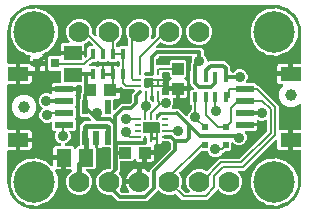
<source format=gbr>
G04 EAGLE Gerber RS-274X export*
G75*
%MOMM*%
%FSLAX34Y34*%
%LPD*%
%INTop Copper*%
%IPPOS*%
%AMOC8*
5,1,8,0,0,1.08239X$1,22.5*%
G01*
%ADD10R,1.240000X1.500000*%
%ADD11R,0.550000X1.200000*%
%ADD12R,1.500000X1.240000*%
%ADD13R,1.075000X1.000000*%
%ADD14R,0.450000X0.900000*%
%ADD15R,0.500000X0.500000*%
%ADD16R,0.500000X0.400000*%
%ADD17C,3.516000*%
%ADD18R,1.550000X0.600000*%
%ADD19R,1.800000X1.200000*%
%ADD20C,1.000000*%
%ADD21R,0.800000X0.800000*%
%ADD22R,1.000000X1.075000*%
%ADD23C,1.778000*%
%ADD24R,0.275000X0.250000*%
%ADD25R,0.250000X0.275000*%
%ADD26R,0.475000X0.250000*%
%ADD27R,0.250000X0.475000*%
%ADD28C,0.889000*%
%ADD29C,0.304800*%
%ADD30C,0.203200*%
%ADD31C,0.254000*%
%ADD32C,0.406400*%

G36*
X228644Y2547D02*
X228644Y2547D01*
X228680Y2544D01*
X232097Y2813D01*
X232255Y2848D01*
X232331Y2859D01*
X238831Y4971D01*
X239086Y5096D01*
X239100Y5109D01*
X239114Y5115D01*
X244643Y9133D01*
X244847Y9330D01*
X244856Y9346D01*
X244867Y9357D01*
X248885Y14886D01*
X249018Y15137D01*
X249022Y15156D01*
X249029Y15169D01*
X251141Y21669D01*
X251169Y21829D01*
X251187Y21903D01*
X251456Y25320D01*
X251453Y25365D01*
X251459Y25400D01*
X251459Y51344D01*
X251451Y51402D01*
X251453Y51460D01*
X251431Y51542D01*
X251419Y51626D01*
X251396Y51679D01*
X251381Y51735D01*
X251338Y51808D01*
X251303Y51885D01*
X251265Y51930D01*
X251236Y51980D01*
X251174Y52038D01*
X251120Y52102D01*
X251071Y52134D01*
X251028Y52174D01*
X250953Y52213D01*
X250883Y52260D01*
X250827Y52277D01*
X250775Y52304D01*
X250707Y52315D01*
X250612Y52345D01*
X250512Y52348D01*
X250444Y52359D01*
X244491Y52359D01*
X244491Y59884D01*
X244483Y59942D01*
X244484Y60000D01*
X244463Y60082D01*
X244451Y60165D01*
X244427Y60219D01*
X244413Y60275D01*
X244370Y60348D01*
X244335Y60425D01*
X244297Y60469D01*
X244267Y60520D01*
X244206Y60577D01*
X244151Y60642D01*
X244103Y60674D01*
X244060Y60714D01*
X243985Y60753D01*
X243915Y60799D01*
X243859Y60817D01*
X243807Y60844D01*
X243739Y60855D01*
X243644Y60885D01*
X243544Y60888D01*
X243476Y60899D01*
X241444Y60899D01*
X241386Y60891D01*
X241328Y60892D01*
X241246Y60871D01*
X241163Y60859D01*
X241109Y60835D01*
X241053Y60821D01*
X240980Y60778D01*
X240903Y60743D01*
X240858Y60705D01*
X240808Y60675D01*
X240750Y60614D01*
X240686Y60559D01*
X240654Y60511D01*
X240614Y60468D01*
X240575Y60393D01*
X240529Y60323D01*
X240511Y60267D01*
X240484Y60215D01*
X240473Y60147D01*
X240443Y60052D01*
X240440Y59952D01*
X240429Y59884D01*
X240429Y52359D01*
X233126Y52359D01*
X232479Y52532D01*
X231900Y52867D01*
X231427Y53340D01*
X231092Y53919D01*
X230919Y54566D01*
X230919Y59659D01*
X230915Y59688D01*
X230918Y59718D01*
X230895Y59829D01*
X230879Y59941D01*
X230867Y59968D01*
X230862Y59996D01*
X230810Y60097D01*
X230763Y60200D01*
X230744Y60223D01*
X230731Y60249D01*
X230653Y60331D01*
X230580Y60417D01*
X230555Y60433D01*
X230535Y60455D01*
X230437Y60512D01*
X230343Y60575D01*
X230315Y60584D01*
X230290Y60598D01*
X230180Y60626D01*
X230072Y60661D01*
X230042Y60661D01*
X230014Y60669D01*
X229901Y60665D01*
X229788Y60668D01*
X229759Y60660D01*
X229730Y60660D01*
X229622Y60625D01*
X229513Y60596D01*
X229487Y60581D01*
X229459Y60572D01*
X229396Y60527D01*
X229268Y60451D01*
X229225Y60405D01*
X229186Y60377D01*
X205689Y36881D01*
X205689Y36880D01*
X203606Y34797D01*
X199001Y34797D01*
X198972Y34793D01*
X198943Y34796D01*
X198831Y34773D01*
X198719Y34757D01*
X198693Y34745D01*
X198664Y34740D01*
X198563Y34687D01*
X198460Y34641D01*
X198438Y34622D01*
X198411Y34609D01*
X198329Y34531D01*
X198243Y34458D01*
X198227Y34433D01*
X198205Y34413D01*
X198148Y34315D01*
X198085Y34221D01*
X198076Y34193D01*
X198062Y34168D01*
X198034Y34058D01*
X198000Y33950D01*
X197999Y33920D01*
X197992Y33892D01*
X197995Y33779D01*
X197992Y33666D01*
X198000Y33637D01*
X198001Y33608D01*
X198036Y33500D01*
X198064Y33391D01*
X198079Y33365D01*
X198088Y33337D01*
X198134Y33273D01*
X198209Y33146D01*
X198255Y33103D01*
X198283Y33064D01*
X199760Y31587D01*
X201423Y27573D01*
X201423Y23227D01*
X199760Y19213D01*
X196687Y16140D01*
X192673Y14477D01*
X188327Y14477D01*
X184313Y16140D01*
X181667Y18786D01*
X181621Y18821D01*
X181580Y18863D01*
X181508Y18906D01*
X181440Y18956D01*
X181386Y18977D01*
X181335Y19007D01*
X181253Y19028D01*
X181175Y19058D01*
X181116Y19063D01*
X181060Y19077D01*
X180975Y19074D01*
X180891Y19081D01*
X180834Y19070D01*
X180775Y19068D01*
X180695Y19042D01*
X180612Y19025D01*
X180561Y18998D01*
X180505Y18980D01*
X180449Y18940D01*
X180360Y18894D01*
X180288Y18826D01*
X180232Y18786D01*
X171732Y10286D01*
X150502Y10286D01*
X145491Y15298D01*
X145490Y15298D01*
X145489Y15300D01*
X145370Y15388D01*
X145264Y15468D01*
X145262Y15469D01*
X145261Y15470D01*
X145127Y15520D01*
X144998Y15570D01*
X144996Y15570D01*
X144995Y15570D01*
X144850Y15582D01*
X144715Y15593D01*
X144713Y15593D01*
X144712Y15593D01*
X144696Y15590D01*
X144436Y15537D01*
X144409Y15523D01*
X144384Y15518D01*
X141873Y14477D01*
X137527Y14477D01*
X133513Y16140D01*
X131310Y18343D01*
X131263Y18378D01*
X131223Y18420D01*
X131150Y18463D01*
X131083Y18514D01*
X131028Y18535D01*
X130978Y18564D01*
X130896Y18585D01*
X130817Y18615D01*
X130759Y18620D01*
X130702Y18634D01*
X130618Y18632D01*
X130534Y18639D01*
X130477Y18627D01*
X130418Y18625D01*
X130338Y18599D01*
X130255Y18583D01*
X130203Y18556D01*
X130148Y18538D01*
X130091Y18498D01*
X130003Y18452D01*
X129930Y18383D01*
X129874Y18343D01*
X128176Y16645D01*
X128176Y16644D01*
X120675Y9143D01*
X96317Y9143D01*
X91280Y14180D01*
X91210Y14232D01*
X91146Y14292D01*
X91097Y14318D01*
X91053Y14351D01*
X90971Y14382D01*
X90893Y14422D01*
X90846Y14430D01*
X90787Y14452D01*
X90640Y14464D01*
X90562Y14477D01*
X86727Y14477D01*
X82713Y16140D01*
X79640Y19213D01*
X77977Y23227D01*
X77977Y27573D01*
X79640Y31587D01*
X82713Y34660D01*
X86727Y36323D01*
X89292Y36323D01*
X89379Y36335D01*
X89466Y36338D01*
X89519Y36355D01*
X89574Y36363D01*
X89653Y36398D01*
X89737Y36425D01*
X89776Y36453D01*
X89833Y36479D01*
X89946Y36574D01*
X90010Y36620D01*
X90126Y36736D01*
X90178Y36806D01*
X90238Y36870D01*
X90264Y36919D01*
X90297Y36963D01*
X90328Y37045D01*
X90368Y37123D01*
X90376Y37170D01*
X90398Y37229D01*
X90410Y37377D01*
X90423Y37454D01*
X90423Y53516D01*
X90415Y53574D01*
X90417Y53632D01*
X90395Y53714D01*
X90383Y53798D01*
X90360Y53851D01*
X90345Y53907D01*
X90302Y53980D01*
X90267Y54057D01*
X90229Y54102D01*
X90200Y54152D01*
X90138Y54210D01*
X90084Y54274D01*
X90035Y54306D01*
X89992Y54346D01*
X89917Y54385D01*
X89847Y54432D01*
X89791Y54449D01*
X89739Y54476D01*
X89671Y54487D01*
X89576Y54517D01*
X89476Y54520D01*
X89408Y54531D01*
X83886Y54531D01*
X83805Y54612D01*
X83758Y54647D01*
X83718Y54690D01*
X83645Y54732D01*
X83578Y54783D01*
X83523Y54804D01*
X83473Y54834D01*
X83391Y54854D01*
X83312Y54884D01*
X83254Y54889D01*
X83197Y54904D01*
X83113Y54901D01*
X83029Y54908D01*
X82972Y54896D01*
X82913Y54895D01*
X82833Y54869D01*
X82750Y54852D01*
X82698Y54825D01*
X82643Y54807D01*
X82586Y54767D01*
X82498Y54721D01*
X82426Y54652D01*
X82369Y54612D01*
X82288Y54531D01*
X81709Y54196D01*
X81062Y54023D01*
X78711Y54023D01*
X78728Y54028D01*
X78826Y54085D01*
X78926Y54138D01*
X78948Y54158D01*
X78973Y54173D01*
X79050Y54256D01*
X79132Y54334D01*
X79147Y54359D01*
X79167Y54380D01*
X79219Y54481D01*
X79276Y54579D01*
X79283Y54607D01*
X79297Y54633D01*
X79310Y54711D01*
X79346Y54854D01*
X79344Y54917D01*
X79352Y54964D01*
X79352Y62205D01*
X79344Y62263D01*
X79346Y62321D01*
X79324Y62403D01*
X79312Y62486D01*
X79289Y62540D01*
X79274Y62596D01*
X79231Y62669D01*
X79196Y62746D01*
X79158Y62790D01*
X79129Y62841D01*
X79067Y62898D01*
X79013Y62963D01*
X78964Y62995D01*
X78921Y63035D01*
X78846Y63074D01*
X78776Y63120D01*
X78720Y63138D01*
X78668Y63165D01*
X78600Y63176D01*
X78505Y63206D01*
X78405Y63209D01*
X78337Y63220D01*
X77619Y63220D01*
X77561Y63212D01*
X77503Y63213D01*
X77421Y63192D01*
X77337Y63180D01*
X77284Y63156D01*
X77228Y63142D01*
X77155Y63098D01*
X77078Y63064D01*
X77033Y63026D01*
X76983Y62996D01*
X76925Y62935D01*
X76861Y62880D01*
X76829Y62832D01*
X76789Y62789D01*
X76750Y62714D01*
X76703Y62644D01*
X76686Y62588D01*
X76659Y62536D01*
X76648Y62468D01*
X76618Y62373D01*
X76615Y62273D01*
X76604Y62205D01*
X76604Y55683D01*
X76616Y55596D01*
X76619Y55509D01*
X76636Y55456D01*
X76644Y55401D01*
X76679Y55321D01*
X76706Y55238D01*
X76734Y55199D01*
X76760Y55142D01*
X76856Y55029D01*
X76901Y54965D01*
X77619Y54247D01*
X77643Y54229D01*
X77662Y54207D01*
X77756Y54144D01*
X77846Y54076D01*
X77874Y54065D01*
X77898Y54049D01*
X78006Y54015D01*
X78112Y53974D01*
X78141Y53972D01*
X78169Y53963D01*
X78235Y53961D01*
X78230Y53960D01*
X78174Y53945D01*
X78101Y53902D01*
X78024Y53867D01*
X77979Y53829D01*
X77929Y53800D01*
X77871Y53738D01*
X77807Y53684D01*
X77775Y53635D01*
X77735Y53592D01*
X77696Y53517D01*
X77649Y53447D01*
X77632Y53391D01*
X77605Y53339D01*
X77594Y53271D01*
X77564Y53176D01*
X77561Y53076D01*
X77550Y53008D01*
X77550Y37632D01*
X76359Y36441D01*
X70357Y36441D01*
X70328Y36437D01*
X70299Y36440D01*
X70188Y36417D01*
X70075Y36401D01*
X70049Y36389D01*
X70020Y36384D01*
X69919Y36331D01*
X69816Y36285D01*
X69794Y36266D01*
X69767Y36253D01*
X69685Y36175D01*
X69599Y36102D01*
X69583Y36077D01*
X69561Y36057D01*
X69504Y35959D01*
X69441Y35865D01*
X69432Y35837D01*
X69418Y35812D01*
X69390Y35702D01*
X69356Y35594D01*
X69355Y35564D01*
X69348Y35536D01*
X69351Y35423D01*
X69348Y35310D01*
X69356Y35281D01*
X69357Y35252D01*
X69391Y35144D01*
X69420Y35035D01*
X69435Y35009D01*
X69444Y34981D01*
X69490Y34918D01*
X69565Y34790D01*
X69611Y34747D01*
X69639Y34708D01*
X72760Y31587D01*
X74423Y27573D01*
X74423Y23227D01*
X72760Y19213D01*
X69687Y16140D01*
X65673Y14477D01*
X61327Y14477D01*
X57313Y16140D01*
X54240Y19213D01*
X52577Y23227D01*
X52577Y27573D01*
X54240Y31587D01*
X56853Y34200D01*
X56871Y34224D01*
X56893Y34243D01*
X56956Y34337D01*
X57024Y34427D01*
X57034Y34455D01*
X57051Y34479D01*
X57085Y34587D01*
X57125Y34693D01*
X57128Y34722D01*
X57136Y34750D01*
X57139Y34864D01*
X57149Y34976D01*
X57143Y35005D01*
X57144Y35034D01*
X57115Y35144D01*
X57093Y35255D01*
X57079Y35281D01*
X57072Y35309D01*
X57014Y35407D01*
X56962Y35507D01*
X56942Y35529D01*
X56927Y35554D01*
X56844Y35631D01*
X56766Y35713D01*
X56741Y35728D01*
X56719Y35748D01*
X56619Y35800D01*
X56521Y35857D01*
X56492Y35864D01*
X56466Y35878D01*
X56389Y35891D01*
X56245Y35927D01*
X56183Y35925D01*
X56135Y35933D01*
X52348Y35933D01*
X52348Y44958D01*
X52340Y45016D01*
X52341Y45074D01*
X52320Y45156D01*
X52308Y45239D01*
X52284Y45293D01*
X52270Y45349D01*
X52227Y45422D01*
X52192Y45499D01*
X52154Y45543D01*
X52124Y45594D01*
X52063Y45651D01*
X52008Y45716D01*
X51960Y45748D01*
X51917Y45788D01*
X51842Y45827D01*
X51772Y45873D01*
X51716Y45891D01*
X51664Y45918D01*
X51596Y45929D01*
X51501Y45959D01*
X51401Y45962D01*
X51333Y45973D01*
X50316Y45973D01*
X50316Y46990D01*
X50308Y47048D01*
X50309Y47106D01*
X50288Y47188D01*
X50276Y47271D01*
X50252Y47325D01*
X50238Y47381D01*
X50195Y47454D01*
X50160Y47531D01*
X50122Y47575D01*
X50092Y47626D01*
X50031Y47683D01*
X49976Y47748D01*
X49928Y47780D01*
X49885Y47820D01*
X49810Y47859D01*
X49740Y47905D01*
X49684Y47923D01*
X49632Y47950D01*
X49564Y47961D01*
X49469Y47991D01*
X49369Y47994D01*
X49301Y48005D01*
X41576Y48005D01*
X41576Y53808D01*
X41749Y54455D01*
X42084Y55034D01*
X42557Y55507D01*
X43136Y55842D01*
X43783Y56015D01*
X47103Y56015D01*
X47188Y56027D01*
X47274Y56029D01*
X47328Y56047D01*
X47384Y56055D01*
X47463Y56090D01*
X47545Y56116D01*
X47592Y56148D01*
X47644Y56171D01*
X47709Y56226D01*
X47781Y56274D01*
X47817Y56318D01*
X47861Y56354D01*
X47909Y56426D01*
X47964Y56492D01*
X47987Y56544D01*
X48018Y56591D01*
X48044Y56673D01*
X48079Y56752D01*
X48087Y56808D01*
X48104Y56862D01*
X48106Y56948D01*
X48118Y57033D01*
X48110Y57089D01*
X48112Y57146D01*
X48090Y57229D01*
X48078Y57315D01*
X48054Y57366D01*
X48040Y57421D01*
X47996Y57495D01*
X47960Y57574D01*
X47924Y57617D01*
X47894Y57666D01*
X47832Y57725D01*
X47776Y57790D01*
X47734Y57816D01*
X47687Y57860D01*
X47558Y57926D01*
X47491Y57968D01*
X45861Y58643D01*
X44038Y60466D01*
X43052Y62847D01*
X43052Y65423D01*
X43897Y67463D01*
X43926Y67575D01*
X43961Y67684D01*
X43961Y67712D01*
X43968Y67739D01*
X43965Y67853D01*
X43968Y67968D01*
X43961Y67995D01*
X43960Y68023D01*
X43925Y68132D01*
X43896Y68243D01*
X43882Y68267D01*
X43873Y68294D01*
X43809Y68389D01*
X43751Y68488D01*
X43731Y68507D01*
X43715Y68530D01*
X43627Y68604D01*
X43543Y68682D01*
X43519Y68695D01*
X43498Y68713D01*
X43393Y68759D01*
X43290Y68812D01*
X43266Y68816D01*
X43238Y68828D01*
X42974Y68865D01*
X42959Y68867D01*
X41948Y68867D01*
X40757Y70058D01*
X40757Y75274D01*
X40741Y75388D01*
X40731Y75502D01*
X40721Y75528D01*
X40717Y75555D01*
X40670Y75660D01*
X40629Y75767D01*
X40613Y75789D01*
X40601Y75815D01*
X40527Y75902D01*
X40458Y75994D01*
X40435Y76011D01*
X40418Y76032D01*
X40322Y76095D01*
X40230Y76164D01*
X40204Y76174D01*
X40181Y76189D01*
X40071Y76224D01*
X39964Y76265D01*
X39936Y76267D01*
X39910Y76275D01*
X39795Y76278D01*
X39681Y76287D01*
X39656Y76282D01*
X39626Y76282D01*
X39369Y76215D01*
X39353Y76212D01*
X37483Y75437D01*
X34907Y75437D01*
X32526Y76423D01*
X30703Y78246D01*
X29717Y80627D01*
X29717Y83203D01*
X30703Y85584D01*
X32031Y86912D01*
X32066Y86959D01*
X32109Y86999D01*
X32151Y87072D01*
X32202Y87139D01*
X32223Y87194D01*
X32252Y87244D01*
X32273Y87326D01*
X32303Y87405D01*
X32308Y87463D01*
X32323Y87520D01*
X32320Y87604D01*
X32327Y87688D01*
X32315Y87746D01*
X32314Y87804D01*
X32288Y87884D01*
X32271Y87967D01*
X32244Y88019D01*
X32226Y88075D01*
X32186Y88131D01*
X32140Y88219D01*
X32071Y88292D01*
X32031Y88348D01*
X30068Y90311D01*
X29082Y92692D01*
X29082Y95268D01*
X30068Y97649D01*
X31891Y99472D01*
X34272Y100458D01*
X36848Y100458D01*
X38845Y99631D01*
X38957Y99602D01*
X39066Y99567D01*
X39094Y99567D01*
X39121Y99560D01*
X39235Y99563D01*
X39350Y99560D01*
X39377Y99567D01*
X39405Y99568D01*
X39514Y99603D01*
X39625Y99632D01*
X39649Y99646D01*
X39676Y99654D01*
X39771Y99718D01*
X39870Y99777D01*
X39889Y99797D01*
X39912Y99813D01*
X39986Y99900D01*
X40064Y99984D01*
X40077Y100009D01*
X40095Y100030D01*
X40141Y100135D01*
X40194Y100237D01*
X40198Y100262D01*
X40210Y100290D01*
X40247Y100554D01*
X40249Y100569D01*
X40249Y102401D01*
X50056Y102401D01*
X50114Y102409D01*
X50172Y102407D01*
X50254Y102429D01*
X50337Y102441D01*
X50391Y102464D01*
X50447Y102479D01*
X50520Y102522D01*
X50539Y102531D01*
X50585Y102500D01*
X50641Y102483D01*
X50693Y102456D01*
X50761Y102445D01*
X50856Y102415D01*
X50956Y102412D01*
X51024Y102401D01*
X60831Y102401D01*
X60831Y100566D01*
X60658Y99919D01*
X60323Y99340D01*
X60242Y99259D01*
X60207Y99212D01*
X60164Y99172D01*
X60122Y99099D01*
X60071Y99032D01*
X60050Y98977D01*
X60020Y98926D01*
X60000Y98845D01*
X59970Y98766D01*
X59965Y98708D01*
X59950Y98651D01*
X59953Y98567D01*
X59946Y98483D01*
X59958Y98425D01*
X59959Y98367D01*
X59985Y98287D01*
X60002Y98204D01*
X60029Y98152D01*
X60047Y98096D01*
X60087Y98040D01*
X60133Y97952D01*
X60202Y97879D01*
X60242Y97823D01*
X60323Y97742D01*
X60323Y90058D01*
X59883Y89618D01*
X59847Y89571D01*
X59805Y89531D01*
X59762Y89458D01*
X59712Y89391D01*
X59691Y89336D01*
X59661Y89286D01*
X59641Y89204D01*
X59610Y89125D01*
X59606Y89067D01*
X59591Y89010D01*
X59594Y88926D01*
X59587Y88842D01*
X59598Y88784D01*
X59600Y88726D01*
X59626Y88646D01*
X59643Y88563D01*
X59670Y88511D01*
X59688Y88455D01*
X59728Y88399D01*
X59774Y88311D01*
X59843Y88238D01*
X59883Y88182D01*
X60323Y87742D01*
X60323Y80058D01*
X59883Y79618D01*
X59847Y79571D01*
X59805Y79531D01*
X59762Y79458D01*
X59712Y79391D01*
X59691Y79336D01*
X59661Y79286D01*
X59641Y79204D01*
X59610Y79125D01*
X59606Y79067D01*
X59591Y79010D01*
X59594Y78926D01*
X59587Y78842D01*
X59598Y78784D01*
X59600Y78726D01*
X59626Y78646D01*
X59643Y78563D01*
X59670Y78511D01*
X59688Y78455D01*
X59728Y78399D01*
X59774Y78311D01*
X59843Y78238D01*
X59883Y78182D01*
X60323Y77742D01*
X60323Y70058D01*
X59132Y68867D01*
X56101Y68867D01*
X55987Y68851D01*
X55873Y68841D01*
X55847Y68831D01*
X55819Y68827D01*
X55714Y68780D01*
X55607Y68739D01*
X55585Y68723D01*
X55560Y68711D01*
X55472Y68637D01*
X55381Y68568D01*
X55364Y68545D01*
X55343Y68528D01*
X55279Y68432D01*
X55210Y68340D01*
X55201Y68314D01*
X55185Y68291D01*
X55151Y68181D01*
X55110Y68074D01*
X55108Y68046D01*
X55099Y68020D01*
X55096Y67905D01*
X55087Y67791D01*
X55093Y67766D01*
X55092Y67736D01*
X55159Y67479D01*
X55163Y67463D01*
X56008Y65423D01*
X56008Y62847D01*
X55022Y60466D01*
X53199Y58643D01*
X51569Y57968D01*
X51495Y57924D01*
X51416Y57889D01*
X51373Y57852D01*
X51324Y57823D01*
X51265Y57761D01*
X51199Y57705D01*
X51168Y57658D01*
X51129Y57617D01*
X51089Y57540D01*
X51042Y57469D01*
X51024Y57415D01*
X50998Y57364D01*
X50982Y57280D01*
X50956Y57198D01*
X50954Y57141D01*
X50943Y57085D01*
X50951Y57000D01*
X50948Y56914D01*
X50963Y56859D01*
X50968Y56802D01*
X50999Y56722D01*
X51020Y56639D01*
X51049Y56590D01*
X51070Y56537D01*
X51122Y56468D01*
X51166Y56394D01*
X51207Y56355D01*
X51241Y56310D01*
X51310Y56258D01*
X51373Y56200D01*
X51424Y56174D01*
X51469Y56140D01*
X51549Y56109D01*
X51626Y56070D01*
X51675Y56062D01*
X51735Y56039D01*
X51880Y56028D01*
X51957Y56015D01*
X56851Y56015D01*
X57498Y55842D01*
X58077Y55507D01*
X58550Y55034D01*
X58885Y54455D01*
X59088Y53694D01*
X59092Y53685D01*
X59094Y53675D01*
X59148Y53555D01*
X59200Y53433D01*
X59206Y53425D01*
X59210Y53416D01*
X59295Y53315D01*
X59379Y53212D01*
X59387Y53206D01*
X59394Y53199D01*
X59504Y53126D01*
X59613Y53050D01*
X59622Y53047D01*
X59630Y53041D01*
X59757Y53001D01*
X59882Y52959D01*
X59892Y52959D01*
X59901Y52956D01*
X60034Y52952D01*
X60166Y52946D01*
X60176Y52949D01*
X60185Y52948D01*
X60313Y52982D01*
X60442Y53013D01*
X60451Y53018D01*
X60460Y53020D01*
X60574Y53088D01*
X60690Y53153D01*
X60696Y53160D01*
X60705Y53165D01*
X60796Y53262D01*
X60888Y53357D01*
X60893Y53365D01*
X60899Y53373D01*
X60960Y53491D01*
X61022Y53607D01*
X61024Y53617D01*
X61029Y53626D01*
X61038Y53682D01*
X61082Y53885D01*
X61078Y53921D01*
X61084Y53957D01*
X61084Y54316D01*
X62275Y55507D01*
X62680Y55507D01*
X62738Y55515D01*
X62796Y55513D01*
X62878Y55535D01*
X62962Y55547D01*
X63015Y55570D01*
X63071Y55585D01*
X63144Y55628D01*
X63221Y55663D01*
X63266Y55701D01*
X63316Y55730D01*
X63374Y55792D01*
X63438Y55846D01*
X63470Y55895D01*
X63510Y55938D01*
X63549Y56013D01*
X63596Y56083D01*
X63613Y56139D01*
X63640Y56191D01*
X63651Y56259D01*
X63681Y56354D01*
X63684Y56454D01*
X63695Y56522D01*
X63695Y69406D01*
X64116Y69827D01*
X64168Y69896D01*
X64228Y69960D01*
X64254Y70010D01*
X64287Y70054D01*
X64313Y70123D01*
X64314Y70124D01*
X64314Y70125D01*
X64318Y70136D01*
X64358Y70213D01*
X64366Y70261D01*
X64388Y70319D01*
X64392Y70373D01*
X64399Y70395D01*
X64401Y70473D01*
X64413Y70544D01*
X64413Y73972D01*
X67531Y77090D01*
X72473Y77090D01*
X72502Y77094D01*
X72532Y77091D01*
X72643Y77114D01*
X72755Y77130D01*
X72781Y77142D01*
X72810Y77147D01*
X72911Y77200D01*
X73014Y77246D01*
X73037Y77265D01*
X73063Y77278D01*
X73145Y77356D01*
X73231Y77429D01*
X73247Y77454D01*
X73269Y77474D01*
X73326Y77572D01*
X73389Y77666D01*
X73398Y77694D01*
X73412Y77719D01*
X73440Y77829D01*
X73475Y77937D01*
X73475Y77967D01*
X73483Y77995D01*
X73479Y78108D01*
X73482Y78221D01*
X73474Y78250D01*
X73473Y78279D01*
X73439Y78387D01*
X73410Y78496D01*
X73395Y78522D01*
X73386Y78550D01*
X73340Y78614D01*
X73265Y78741D01*
X73219Y78784D01*
X73191Y78823D01*
X71778Y80236D01*
X71708Y80288D01*
X71644Y80348D01*
X71595Y80374D01*
X71551Y80407D01*
X71469Y80438D01*
X71391Y80478D01*
X71344Y80486D01*
X71285Y80508D01*
X71138Y80520D01*
X71060Y80533D01*
X64886Y80533D01*
X63695Y81724D01*
X63695Y95408D01*
X64624Y96337D01*
X64676Y96406D01*
X64736Y96470D01*
X64762Y96520D01*
X64795Y96564D01*
X64826Y96646D01*
X64866Y96723D01*
X64874Y96771D01*
X64896Y96829D01*
X64908Y96977D01*
X64921Y97054D01*
X64921Y100041D01*
X65075Y100195D01*
X65127Y100265D01*
X65187Y100329D01*
X65213Y100378D01*
X65246Y100422D01*
X65277Y100504D01*
X65317Y100582D01*
X65325Y100629D01*
X65347Y100688D01*
X65359Y100835D01*
X65372Y100913D01*
X65372Y106347D01*
X65364Y106405D01*
X65366Y106463D01*
X65344Y106545D01*
X65332Y106629D01*
X65309Y106682D01*
X65294Y106738D01*
X65251Y106811D01*
X65216Y106888D01*
X65178Y106933D01*
X65149Y106983D01*
X65087Y107041D01*
X65033Y107105D01*
X64984Y107137D01*
X64941Y107177D01*
X64866Y107216D01*
X64796Y107263D01*
X64740Y107280D01*
X64688Y107307D01*
X64620Y107318D01*
X64525Y107348D01*
X64425Y107351D01*
X64357Y107362D01*
X61846Y107362D01*
X61788Y107354D01*
X61730Y107356D01*
X61648Y107334D01*
X61564Y107322D01*
X61511Y107299D01*
X61455Y107284D01*
X61382Y107241D01*
X61305Y107206D01*
X61260Y107168D01*
X61210Y107139D01*
X61152Y107077D01*
X61088Y107023D01*
X61056Y106974D01*
X61016Y106931D01*
X60977Y106856D01*
X60930Y106786D01*
X60913Y106730D01*
X60886Y106678D01*
X60875Y106610D01*
X60845Y106515D01*
X60842Y106415D01*
X60831Y106347D01*
X60831Y105399D01*
X51024Y105399D01*
X50966Y105391D01*
X50908Y105393D01*
X50826Y105371D01*
X50743Y105359D01*
X50689Y105336D01*
X50633Y105321D01*
X50560Y105278D01*
X50541Y105269D01*
X50495Y105300D01*
X50439Y105317D01*
X50387Y105344D01*
X50319Y105355D01*
X50224Y105385D01*
X50124Y105388D01*
X50056Y105399D01*
X40249Y105399D01*
X40249Y107234D01*
X40422Y107881D01*
X40757Y108460D01*
X41230Y108933D01*
X41809Y109268D01*
X42456Y109441D01*
X47237Y109441D01*
X47295Y109449D01*
X47353Y109447D01*
X47435Y109469D01*
X47519Y109481D01*
X47572Y109504D01*
X47628Y109519D01*
X47701Y109562D01*
X47778Y109597D01*
X47823Y109635D01*
X47873Y109664D01*
X47931Y109726D01*
X47995Y109780D01*
X48027Y109829D01*
X48067Y109872D01*
X48106Y109947D01*
X48153Y110017D01*
X48170Y110073D01*
X48197Y110125D01*
X48208Y110193D01*
X48238Y110288D01*
X48241Y110388D01*
X48252Y110456D01*
X48252Y118682D01*
X48244Y118740D01*
X48246Y118798D01*
X48224Y118880D01*
X48212Y118964D01*
X48189Y119017D01*
X48174Y119073D01*
X48131Y119146D01*
X48096Y119223D01*
X48058Y119268D01*
X48029Y119318D01*
X47967Y119376D01*
X47913Y119440D01*
X47864Y119472D01*
X47821Y119512D01*
X47746Y119551D01*
X47676Y119598D01*
X47620Y119615D01*
X47568Y119642D01*
X47500Y119653D01*
X47405Y119683D01*
X47305Y119686D01*
X47237Y119697D01*
X38218Y119697D01*
X37027Y120888D01*
X37027Y130572D01*
X38218Y131763D01*
X46729Y131763D01*
X46787Y131771D01*
X46845Y131769D01*
X46927Y131791D01*
X47011Y131803D01*
X47064Y131826D01*
X47120Y131841D01*
X47193Y131884D01*
X47270Y131919D01*
X47315Y131957D01*
X47365Y131986D01*
X47423Y132048D01*
X47487Y132102D01*
X47519Y132151D01*
X47559Y132194D01*
X47598Y132269D01*
X47645Y132339D01*
X47662Y132395D01*
X47689Y132447D01*
X47700Y132515D01*
X47716Y132564D01*
X56769Y132564D01*
X56827Y132572D01*
X56885Y132570D01*
X56967Y132592D01*
X57050Y132604D01*
X57104Y132628D01*
X57160Y132642D01*
X57233Y132685D01*
X57310Y132720D01*
X57354Y132758D01*
X57405Y132788D01*
X57462Y132849D01*
X57527Y132904D01*
X57559Y132952D01*
X57599Y132995D01*
X57638Y133070D01*
X57684Y133140D01*
X57702Y133196D01*
X57729Y133248D01*
X57740Y133316D01*
X57770Y133411D01*
X57773Y133511D01*
X57784Y133579D01*
X57784Y135611D01*
X57776Y135669D01*
X57777Y135727D01*
X57756Y135809D01*
X57744Y135892D01*
X57720Y135946D01*
X57706Y136002D01*
X57663Y136075D01*
X57628Y136152D01*
X57590Y136196D01*
X57560Y136247D01*
X57499Y136304D01*
X57444Y136369D01*
X57396Y136401D01*
X57353Y136441D01*
X57278Y136480D01*
X57208Y136526D01*
X57152Y136544D01*
X57100Y136571D01*
X57032Y136582D01*
X56937Y136612D01*
X56837Y136615D01*
X56769Y136626D01*
X47744Y136626D01*
X47744Y141129D01*
X47917Y141776D01*
X48252Y142355D01*
X48725Y142828D01*
X49304Y143163D01*
X49951Y143336D01*
X54666Y143336D01*
X54695Y143340D01*
X54724Y143337D01*
X54836Y143360D01*
X54948Y143376D01*
X54974Y143388D01*
X55003Y143393D01*
X55104Y143446D01*
X55207Y143492D01*
X55229Y143511D01*
X55256Y143524D01*
X55338Y143602D01*
X55424Y143675D01*
X55440Y143700D01*
X55462Y143720D01*
X55519Y143818D01*
X55582Y143912D01*
X55591Y143940D01*
X55605Y143965D01*
X55633Y144075D01*
X55667Y144183D01*
X55668Y144213D01*
X55675Y144241D01*
X55672Y144354D01*
X55675Y144467D01*
X55667Y144496D01*
X55666Y144525D01*
X55631Y144633D01*
X55603Y144742D01*
X55588Y144768D01*
X55579Y144796D01*
X55533Y144860D01*
X55458Y144987D01*
X55412Y145030D01*
X55384Y145069D01*
X54240Y146213D01*
X52577Y150227D01*
X52577Y154573D01*
X54240Y158587D01*
X57313Y161660D01*
X61327Y163323D01*
X65673Y163323D01*
X69687Y161660D01*
X72760Y158587D01*
X74423Y154573D01*
X74423Y151289D01*
X74435Y151203D01*
X74438Y151115D01*
X74455Y151063D01*
X74463Y151008D01*
X74498Y150928D01*
X74525Y150845D01*
X74553Y150806D01*
X74579Y150748D01*
X74675Y150635D01*
X74720Y150571D01*
X76428Y148864D01*
X76497Y148812D01*
X76559Y148753D01*
X76610Y148727D01*
X76655Y148693D01*
X76736Y148662D01*
X76812Y148623D01*
X76868Y148612D01*
X76921Y148591D01*
X77007Y148584D01*
X77091Y148568D01*
X77148Y148573D01*
X77204Y148568D01*
X77288Y148585D01*
X77374Y148592D01*
X77427Y148613D01*
X77483Y148624D01*
X77559Y148663D01*
X77639Y148694D01*
X77685Y148728D01*
X77735Y148755D01*
X77798Y148814D01*
X77866Y148866D01*
X77900Y148911D01*
X77941Y148950D01*
X77985Y149025D01*
X78036Y149093D01*
X78056Y149147D01*
X78085Y149196D01*
X78106Y149279D01*
X78137Y149359D01*
X78141Y149416D01*
X78155Y149471D01*
X78152Y149557D01*
X78159Y149643D01*
X78148Y149691D01*
X78146Y149755D01*
X78102Y149893D01*
X78084Y149970D01*
X77977Y150227D01*
X77977Y154573D01*
X79640Y158587D01*
X82713Y161660D01*
X86727Y163323D01*
X91073Y163323D01*
X95087Y161660D01*
X98160Y158587D01*
X99823Y154573D01*
X99823Y150227D01*
X98160Y146213D01*
X94976Y143029D01*
X94924Y142959D01*
X94864Y142895D01*
X94838Y142846D01*
X94805Y142802D01*
X94774Y142720D01*
X94734Y142642D01*
X94726Y142595D01*
X94704Y142536D01*
X94692Y142388D01*
X94679Y142311D01*
X94679Y140592D01*
X94686Y140537D01*
X94685Y140498D01*
X94692Y140473D01*
X94694Y140418D01*
X94711Y140365D01*
X94719Y140310D01*
X94754Y140230D01*
X94781Y140147D01*
X94809Y140108D01*
X94835Y140051D01*
X94931Y139938D01*
X94976Y139874D01*
X95412Y139438D01*
X95459Y139402D01*
X95499Y139360D01*
X95572Y139317D01*
X95639Y139267D01*
X95694Y139246D01*
X95744Y139216D01*
X95826Y139196D01*
X95905Y139165D01*
X95963Y139161D01*
X96020Y139146D01*
X96104Y139149D01*
X96188Y139142D01*
X96246Y139153D01*
X96304Y139155D01*
X96384Y139181D01*
X96467Y139198D01*
X96519Y139225D01*
X96575Y139243D01*
X96631Y139283D01*
X96719Y139329D01*
X96792Y139398D01*
X96848Y139438D01*
X97538Y140128D01*
X103886Y140128D01*
X103944Y140136D01*
X104002Y140134D01*
X104084Y140156D01*
X104168Y140168D01*
X104221Y140191D01*
X104277Y140206D01*
X104350Y140249D01*
X104427Y140284D01*
X104472Y140322D01*
X104522Y140351D01*
X104580Y140413D01*
X104644Y140467D01*
X104676Y140516D01*
X104716Y140559D01*
X104755Y140634D01*
X104802Y140704D01*
X104819Y140760D01*
X104846Y140812D01*
X104857Y140880D01*
X104887Y140975D01*
X104890Y141075D01*
X104901Y141143D01*
X104901Y146346D01*
X104897Y146377D01*
X104899Y146408D01*
X104882Y146484D01*
X104861Y146628D01*
X104835Y146686D01*
X104824Y146735D01*
X103377Y150227D01*
X103377Y154573D01*
X105040Y158587D01*
X108113Y161660D01*
X112127Y163323D01*
X116473Y163323D01*
X120487Y161660D01*
X123560Y158587D01*
X125223Y154573D01*
X125223Y150227D01*
X124218Y147802D01*
X124197Y147719D01*
X124166Y147638D01*
X124161Y147582D01*
X124147Y147527D01*
X124150Y147441D01*
X124142Y147355D01*
X124154Y147299D01*
X124155Y147242D01*
X124181Y147161D01*
X124198Y147076D01*
X124225Y147026D01*
X124242Y146972D01*
X124290Y146900D01*
X124329Y146824D01*
X124369Y146783D01*
X124400Y146736D01*
X124466Y146680D01*
X124525Y146618D01*
X124574Y146589D01*
X124618Y146553D01*
X124696Y146518D01*
X124770Y146474D01*
X124826Y146460D01*
X124878Y146437D01*
X124963Y146425D01*
X125046Y146404D01*
X125103Y146406D01*
X125159Y146398D01*
X125244Y146410D01*
X125330Y146413D01*
X125384Y146431D01*
X125441Y146439D01*
X125519Y146474D01*
X125601Y146501D01*
X125641Y146529D01*
X125700Y146556D01*
X125810Y146650D01*
X125874Y146695D01*
X128482Y149303D01*
X128484Y149306D01*
X128487Y149308D01*
X128558Y149405D01*
X128592Y149441D01*
X128607Y149470D01*
X128653Y149530D01*
X128654Y149534D01*
X128656Y149537D01*
X128696Y149644D01*
X128722Y149694D01*
X128727Y149726D01*
X128754Y149796D01*
X128754Y149800D01*
X128755Y149803D01*
X128766Y149941D01*
X128769Y149973D01*
X128777Y150025D01*
X128777Y150078D01*
X128777Y150079D01*
X128777Y150080D01*
X128777Y154573D01*
X130440Y158587D01*
X133513Y161660D01*
X137527Y163323D01*
X141873Y163323D01*
X145887Y161660D01*
X148960Y158587D01*
X150623Y154573D01*
X150623Y150227D01*
X148960Y146213D01*
X145887Y143140D01*
X141873Y141477D01*
X137527Y141477D01*
X133513Y143140D01*
X132945Y143708D01*
X132898Y143743D01*
X132858Y143785D01*
X132785Y143828D01*
X132718Y143879D01*
X132663Y143900D01*
X132613Y143929D01*
X132531Y143950D01*
X132452Y143980D01*
X132394Y143985D01*
X132337Y143999D01*
X132253Y143996D01*
X132169Y144003D01*
X132112Y143992D01*
X132053Y143990D01*
X131973Y143964D01*
X131890Y143948D01*
X131838Y143921D01*
X131783Y143903D01*
X131727Y143863D01*
X131638Y143817D01*
X131565Y143748D01*
X131509Y143708D01*
X128346Y140545D01*
X128329Y140521D01*
X128306Y140502D01*
X128243Y140408D01*
X128176Y140318D01*
X128165Y140290D01*
X128149Y140266D01*
X128115Y140158D01*
X128074Y140052D01*
X128072Y140023D01*
X128063Y139995D01*
X128060Y139881D01*
X128051Y139769D01*
X128056Y139740D01*
X128056Y139711D01*
X128084Y139601D01*
X128107Y139490D01*
X128120Y139464D01*
X128128Y139436D01*
X128185Y139338D01*
X128238Y139238D01*
X128258Y139216D01*
X128273Y139191D01*
X128355Y139114D01*
X128433Y139032D01*
X128459Y139017D01*
X128480Y138997D01*
X128581Y138945D01*
X128679Y138888D01*
X128707Y138881D01*
X128733Y138867D01*
X128811Y138854D01*
X128954Y138818D01*
X129017Y138820D01*
X129064Y138812D01*
X166573Y138812D01*
X168657Y136728D01*
X168657Y133660D01*
X168669Y133573D01*
X168672Y133486D01*
X168689Y133433D01*
X168697Y133378D01*
X168732Y133298D01*
X168759Y133215D01*
X168787Y133176D01*
X168813Y133119D01*
X168909Y133006D01*
X168954Y132942D01*
X170592Y131304D01*
X171578Y128923D01*
X171578Y128259D01*
X171582Y128230D01*
X171579Y128200D01*
X171602Y128089D01*
X171618Y127977D01*
X171630Y127950D01*
X171635Y127922D01*
X171688Y127821D01*
X171734Y127718D01*
X171753Y127695D01*
X171766Y127669D01*
X171844Y127587D01*
X171917Y127501D01*
X171942Y127485D01*
X171962Y127463D01*
X172060Y127406D01*
X172154Y127343D01*
X172182Y127334D01*
X172207Y127320D01*
X172317Y127292D01*
X172425Y127257D01*
X172454Y127257D01*
X172483Y127249D01*
X172596Y127253D01*
X172709Y127250D01*
X172738Y127258D01*
X172767Y127259D01*
X172875Y127293D01*
X172984Y127322D01*
X173010Y127337D01*
X173038Y127346D01*
X173088Y127382D01*
X186893Y127382D01*
X191182Y123093D01*
X191182Y120399D01*
X191194Y120312D01*
X191197Y120224D01*
X191214Y120172D01*
X191222Y120117D01*
X191257Y120037D01*
X191284Y119954D01*
X191312Y119915D01*
X191338Y119858D01*
X191434Y119744D01*
X191479Y119681D01*
X191908Y119252D01*
X191908Y118872D01*
X191916Y118814D01*
X191914Y118756D01*
X191936Y118674D01*
X191948Y118590D01*
X191971Y118537D01*
X191986Y118481D01*
X192029Y118408D01*
X192064Y118331D01*
X192102Y118286D01*
X192131Y118236D01*
X192193Y118178D01*
X192247Y118114D01*
X192296Y118082D01*
X192339Y118042D01*
X192414Y118003D01*
X192484Y117956D01*
X192540Y117939D01*
X192592Y117912D01*
X192660Y117901D01*
X192755Y117871D01*
X192855Y117868D01*
X192923Y117857D01*
X193365Y117857D01*
X193452Y117869D01*
X193539Y117872D01*
X193592Y117889D01*
X193647Y117897D01*
X193727Y117932D01*
X193810Y117959D01*
X193849Y117987D01*
X193906Y118013D01*
X194019Y118109D01*
X194083Y118154D01*
X195721Y119792D01*
X198102Y120778D01*
X200678Y120778D01*
X203059Y119792D01*
X204882Y117969D01*
X205868Y115588D01*
X205868Y113012D01*
X204880Y110626D01*
X204877Y110623D01*
X204814Y110529D01*
X204746Y110439D01*
X204735Y110411D01*
X204719Y110387D01*
X204685Y110279D01*
X204645Y110173D01*
X204642Y110144D01*
X204633Y110116D01*
X204630Y110003D01*
X204621Y109890D01*
X204627Y109861D01*
X204626Y109832D01*
X204655Y109722D01*
X204677Y109611D01*
X204690Y109585D01*
X204698Y109557D01*
X204756Y109459D01*
X204808Y109359D01*
X204828Y109337D01*
X204843Y109312D01*
X204926Y109235D01*
X205004Y109153D01*
X205029Y109138D01*
X205050Y109118D01*
X205151Y109066D01*
X205249Y109009D01*
X205277Y109002D01*
X205304Y108988D01*
X205381Y108975D01*
X205524Y108939D01*
X205587Y108941D01*
X205635Y108933D01*
X212052Y108933D01*
X213279Y107705D01*
X213283Y107682D01*
X213306Y107629D01*
X213321Y107573D01*
X213364Y107500D01*
X213399Y107423D01*
X213437Y107378D01*
X213466Y107328D01*
X213528Y107270D01*
X213582Y107206D01*
X213631Y107174D01*
X213674Y107134D01*
X213749Y107095D01*
X213819Y107048D01*
X213875Y107031D01*
X213927Y107004D01*
X213995Y106993D01*
X214090Y106963D01*
X214190Y106960D01*
X214258Y106949D01*
X215530Y106949D01*
X232538Y89941D01*
X232538Y70456D01*
X232546Y70398D01*
X232544Y70340D01*
X232566Y70258D01*
X232578Y70174D01*
X232601Y70121D01*
X232616Y70065D01*
X232659Y69992D01*
X232694Y69915D01*
X232732Y69870D01*
X232761Y69820D01*
X232823Y69762D01*
X232877Y69698D01*
X232926Y69666D01*
X232969Y69626D01*
X233044Y69587D01*
X233114Y69540D01*
X233170Y69523D01*
X233222Y69496D01*
X233290Y69485D01*
X233385Y69455D01*
X233485Y69452D01*
X233553Y69441D01*
X240429Y69441D01*
X240429Y61916D01*
X240437Y61858D01*
X240435Y61800D01*
X240457Y61718D01*
X240469Y61635D01*
X240493Y61581D01*
X240507Y61525D01*
X240550Y61452D01*
X240585Y61375D01*
X240623Y61331D01*
X240653Y61280D01*
X240714Y61223D01*
X240769Y61158D01*
X240817Y61126D01*
X240860Y61086D01*
X240935Y61047D01*
X241005Y61001D01*
X241061Y60983D01*
X241113Y60956D01*
X241181Y60945D01*
X241276Y60915D01*
X241376Y60912D01*
X241444Y60901D01*
X243476Y60901D01*
X243534Y60909D01*
X243592Y60908D01*
X243674Y60929D01*
X243757Y60941D01*
X243811Y60965D01*
X243867Y60979D01*
X243940Y61022D01*
X244017Y61057D01*
X244061Y61095D01*
X244112Y61125D01*
X244169Y61186D01*
X244234Y61241D01*
X244266Y61289D01*
X244306Y61332D01*
X244345Y61407D01*
X244391Y61477D01*
X244409Y61533D01*
X244436Y61585D01*
X244447Y61653D01*
X244477Y61748D01*
X244480Y61848D01*
X244491Y61916D01*
X244491Y69441D01*
X250444Y69441D01*
X250502Y69449D01*
X250560Y69447D01*
X250642Y69469D01*
X250726Y69481D01*
X250779Y69504D01*
X250835Y69519D01*
X250908Y69562D01*
X250985Y69597D01*
X251030Y69635D01*
X251080Y69664D01*
X251138Y69726D01*
X251202Y69780D01*
X251234Y69829D01*
X251274Y69872D01*
X251313Y69947D01*
X251360Y70017D01*
X251377Y70073D01*
X251404Y70125D01*
X251415Y70193D01*
X251445Y70288D01*
X251448Y70388D01*
X251459Y70456D01*
X251459Y90632D01*
X251454Y90671D01*
X251456Y90710D01*
X251434Y90811D01*
X251419Y90913D01*
X251403Y90949D01*
X251395Y90987D01*
X251346Y91078D01*
X251303Y91173D01*
X251278Y91203D01*
X251259Y91237D01*
X251186Y91311D01*
X251120Y91390D01*
X251087Y91411D01*
X251060Y91439D01*
X250969Y91490D01*
X250883Y91547D01*
X250846Y91559D01*
X250812Y91578D01*
X250711Y91602D01*
X250612Y91633D01*
X250573Y91634D01*
X250535Y91643D01*
X250431Y91638D01*
X250328Y91640D01*
X250290Y91631D01*
X250251Y91629D01*
X250178Y91601D01*
X250053Y91569D01*
X249989Y91531D01*
X249936Y91511D01*
X245250Y88805D01*
X239890Y88805D01*
X235249Y91485D01*
X232569Y96126D01*
X232569Y101486D01*
X235249Y106127D01*
X235834Y106465D01*
X235849Y106477D01*
X235867Y106485D01*
X235961Y106564D01*
X236058Y106640D01*
X236069Y106656D01*
X236084Y106669D01*
X236152Y106771D01*
X236224Y106870D01*
X236231Y106889D01*
X236242Y106905D01*
X236279Y107022D01*
X236320Y107138D01*
X236322Y107158D01*
X236328Y107176D01*
X236331Y107299D01*
X236339Y107422D01*
X236334Y107441D01*
X236335Y107460D01*
X236304Y107579D01*
X236277Y107699D01*
X236268Y107717D01*
X236263Y107735D01*
X236201Y107841D01*
X236142Y107949D01*
X236128Y107963D01*
X236118Y107980D01*
X236028Y108064D01*
X235942Y108151D01*
X235925Y108161D01*
X235911Y108174D01*
X235801Y108230D01*
X235694Y108290D01*
X235675Y108295D01*
X235657Y108304D01*
X235585Y108316D01*
X235417Y108355D01*
X235366Y108353D01*
X235326Y108359D01*
X233126Y108359D01*
X232479Y108532D01*
X231900Y108867D01*
X231427Y109340D01*
X231092Y109919D01*
X230919Y110566D01*
X230919Y114869D01*
X241444Y114869D01*
X241502Y114877D01*
X241560Y114875D01*
X241642Y114897D01*
X241725Y114909D01*
X241779Y114933D01*
X241835Y114947D01*
X241908Y114990D01*
X241985Y115025D01*
X242029Y115063D01*
X242080Y115093D01*
X242137Y115154D01*
X242202Y115209D01*
X242234Y115257D01*
X242274Y115300D01*
X242313Y115375D01*
X242359Y115445D01*
X242377Y115501D01*
X242404Y115553D01*
X242415Y115621D01*
X242445Y115716D01*
X242448Y115816D01*
X242459Y115884D01*
X242459Y116901D01*
X243476Y116901D01*
X243534Y116909D01*
X243592Y116908D01*
X243674Y116929D01*
X243757Y116941D01*
X243811Y116965D01*
X243867Y116979D01*
X243940Y117022D01*
X244017Y117057D01*
X244061Y117095D01*
X244112Y117125D01*
X244169Y117186D01*
X244234Y117241D01*
X244266Y117289D01*
X244306Y117332D01*
X244345Y117407D01*
X244391Y117477D01*
X244409Y117533D01*
X244436Y117585D01*
X244447Y117653D01*
X244477Y117748D01*
X244480Y117848D01*
X244491Y117916D01*
X244491Y125441D01*
X250444Y125441D01*
X250502Y125449D01*
X250560Y125447D01*
X250642Y125469D01*
X250726Y125481D01*
X250779Y125504D01*
X250835Y125519D01*
X250908Y125562D01*
X250985Y125597D01*
X251030Y125635D01*
X251080Y125664D01*
X251138Y125726D01*
X251202Y125780D01*
X251234Y125829D01*
X251274Y125872D01*
X251313Y125947D01*
X251360Y126017D01*
X251377Y126073D01*
X251404Y126125D01*
X251415Y126193D01*
X251445Y126288D01*
X251448Y126388D01*
X251459Y126456D01*
X251459Y152400D01*
X251453Y152444D01*
X251456Y152480D01*
X251187Y155897D01*
X251175Y155952D01*
X251175Y155960D01*
X251162Y156009D01*
X251152Y156055D01*
X251141Y156131D01*
X249029Y162631D01*
X248904Y162886D01*
X248891Y162900D01*
X248885Y162914D01*
X244867Y168443D01*
X244670Y168647D01*
X244654Y168656D01*
X244643Y168667D01*
X239114Y172685D01*
X238863Y172818D01*
X238844Y172822D01*
X238831Y172829D01*
X232331Y174941D01*
X232171Y174969D01*
X232097Y174987D01*
X228680Y175256D01*
X228635Y175253D01*
X228600Y175259D01*
X25400Y175259D01*
X25356Y175253D01*
X25320Y175256D01*
X21903Y174987D01*
X21745Y174952D01*
X21669Y174941D01*
X15169Y172829D01*
X14914Y172704D01*
X14900Y172691D01*
X14886Y172685D01*
X9357Y168667D01*
X9153Y168470D01*
X9144Y168454D01*
X9133Y168443D01*
X5115Y162914D01*
X4982Y162663D01*
X4978Y162644D01*
X4971Y162631D01*
X2859Y156131D01*
X2846Y156055D01*
X2832Y156011D01*
X2831Y155970D01*
X2813Y155897D01*
X2544Y152480D01*
X2547Y152435D01*
X2541Y152400D01*
X2541Y126456D01*
X2549Y126398D01*
X2547Y126340D01*
X2569Y126258D01*
X2581Y126174D01*
X2604Y126121D01*
X2619Y126065D01*
X2662Y125992D01*
X2697Y125915D01*
X2735Y125870D01*
X2764Y125820D01*
X2826Y125762D01*
X2880Y125698D01*
X2929Y125666D01*
X2972Y125626D01*
X3047Y125587D01*
X3117Y125540D01*
X3173Y125523D01*
X3225Y125496D01*
X3293Y125485D01*
X3388Y125455D01*
X3488Y125452D01*
X3556Y125441D01*
X9509Y125441D01*
X9509Y117916D01*
X9517Y117858D01*
X9515Y117800D01*
X9537Y117718D01*
X9549Y117635D01*
X9573Y117581D01*
X9587Y117525D01*
X9630Y117452D01*
X9665Y117375D01*
X9703Y117331D01*
X9733Y117280D01*
X9794Y117223D01*
X9849Y117158D01*
X9897Y117126D01*
X9940Y117086D01*
X10015Y117047D01*
X10085Y117001D01*
X10141Y116983D01*
X10193Y116956D01*
X10261Y116945D01*
X10356Y116915D01*
X10456Y116912D01*
X10524Y116901D01*
X11541Y116901D01*
X11541Y116899D01*
X10524Y116899D01*
X10466Y116891D01*
X10408Y116892D01*
X10326Y116871D01*
X10243Y116859D01*
X10189Y116835D01*
X10133Y116821D01*
X10060Y116778D01*
X9983Y116743D01*
X9938Y116705D01*
X9888Y116675D01*
X9830Y116614D01*
X9766Y116559D01*
X9734Y116511D01*
X9694Y116468D01*
X9655Y116393D01*
X9609Y116323D01*
X9591Y116267D01*
X9564Y116215D01*
X9553Y116147D01*
X9523Y116052D01*
X9520Y115952D01*
X9509Y115884D01*
X9509Y108359D01*
X3556Y108359D01*
X3498Y108351D01*
X3440Y108353D01*
X3358Y108331D01*
X3275Y108319D01*
X3221Y108296D01*
X3165Y108281D01*
X3092Y108238D01*
X3015Y108203D01*
X2970Y108165D01*
X2920Y108136D01*
X2862Y108074D01*
X2798Y108020D01*
X2766Y107971D01*
X2726Y107928D01*
X2687Y107853D01*
X2641Y107783D01*
X2623Y107727D01*
X2596Y107675D01*
X2585Y107607D01*
X2555Y107512D01*
X2552Y107412D01*
X2541Y107344D01*
X2541Y70456D01*
X2549Y70398D01*
X2547Y70340D01*
X2569Y70258D01*
X2581Y70174D01*
X2604Y70121D01*
X2619Y70065D01*
X2662Y69992D01*
X2697Y69915D01*
X2735Y69870D01*
X2764Y69820D01*
X2826Y69762D01*
X2880Y69698D01*
X2929Y69666D01*
X2972Y69626D01*
X3047Y69587D01*
X3117Y69540D01*
X3173Y69523D01*
X3225Y69496D01*
X3293Y69485D01*
X3388Y69455D01*
X3488Y69452D01*
X3556Y69441D01*
X9509Y69441D01*
X9509Y61916D01*
X9517Y61858D01*
X9515Y61800D01*
X9537Y61718D01*
X9549Y61635D01*
X9573Y61581D01*
X9587Y61525D01*
X9630Y61452D01*
X9665Y61375D01*
X9703Y61331D01*
X9733Y61280D01*
X9794Y61223D01*
X9849Y61158D01*
X9897Y61126D01*
X9940Y61086D01*
X10015Y61047D01*
X10085Y61001D01*
X10141Y60983D01*
X10193Y60956D01*
X10261Y60945D01*
X10356Y60915D01*
X10456Y60912D01*
X10524Y60901D01*
X11541Y60901D01*
X11541Y60899D01*
X10524Y60899D01*
X10466Y60891D01*
X10408Y60892D01*
X10326Y60871D01*
X10243Y60859D01*
X10189Y60835D01*
X10133Y60821D01*
X10060Y60778D01*
X9983Y60743D01*
X9938Y60705D01*
X9888Y60675D01*
X9830Y60614D01*
X9766Y60559D01*
X9734Y60511D01*
X9694Y60468D01*
X9655Y60393D01*
X9609Y60323D01*
X9591Y60267D01*
X9564Y60215D01*
X9553Y60147D01*
X9523Y60052D01*
X9520Y59952D01*
X9509Y59884D01*
X9509Y52359D01*
X3556Y52359D01*
X3498Y52351D01*
X3440Y52353D01*
X3358Y52331D01*
X3275Y52319D01*
X3221Y52296D01*
X3165Y52281D01*
X3092Y52238D01*
X3015Y52203D01*
X2970Y52165D01*
X2920Y52136D01*
X2862Y52074D01*
X2798Y52020D01*
X2766Y51971D01*
X2726Y51928D01*
X2687Y51853D01*
X2641Y51783D01*
X2623Y51727D01*
X2596Y51675D01*
X2585Y51607D01*
X2555Y51512D01*
X2552Y51412D01*
X2541Y51344D01*
X2541Y25400D01*
X2547Y25356D01*
X2544Y25320D01*
X2813Y21903D01*
X2848Y21745D01*
X2859Y21669D01*
X4971Y15169D01*
X5096Y14914D01*
X5109Y14900D01*
X5115Y14886D01*
X9133Y9357D01*
X9330Y9153D01*
X9346Y9144D01*
X9357Y9133D01*
X14886Y5115D01*
X15137Y4982D01*
X15156Y4978D01*
X15169Y4971D01*
X21669Y2859D01*
X21829Y2831D01*
X21903Y2813D01*
X25320Y2544D01*
X25365Y2547D01*
X25400Y2541D01*
X228600Y2541D01*
X228644Y2547D01*
G37*
%LPC*%
G36*
X28051Y126996D02*
X28051Y126996D01*
X28027Y127049D01*
X28013Y127105D01*
X27969Y127178D01*
X27935Y127255D01*
X27897Y127300D01*
X27867Y127350D01*
X27806Y127408D01*
X27751Y127472D01*
X27703Y127504D01*
X27660Y127544D01*
X27585Y127583D01*
X27515Y127630D01*
X27459Y127647D01*
X27407Y127674D01*
X27339Y127685D01*
X27244Y127715D01*
X27144Y127718D01*
X27076Y127729D01*
X21519Y127729D01*
X21519Y130064D01*
X21692Y130711D01*
X22044Y131319D01*
X22090Y131435D01*
X22141Y131548D01*
X22143Y131566D01*
X22150Y131583D01*
X22163Y131707D01*
X22180Y131830D01*
X22177Y131848D01*
X22179Y131866D01*
X22157Y131988D01*
X22139Y132111D01*
X22132Y132128D01*
X22129Y132145D01*
X22073Y132257D01*
X22022Y132370D01*
X22010Y132384D01*
X22002Y132400D01*
X21918Y132492D01*
X21838Y132587D01*
X21824Y132595D01*
X21811Y132610D01*
X21568Y132758D01*
X21559Y132761D01*
X21553Y132765D01*
X20935Y133021D01*
X20660Y133092D01*
X20656Y133092D01*
X20653Y133092D01*
X19177Y133248D01*
X16161Y134989D01*
X16090Y135017D01*
X16042Y135047D01*
X14290Y135773D01*
X13685Y136378D01*
X13518Y136504D01*
X13475Y136540D01*
X11925Y137434D01*
X10102Y139944D01*
X10037Y140011D01*
X9998Y140065D01*
X8773Y141290D01*
X8354Y142302D01*
X8272Y142441D01*
X8238Y142510D01*
X7003Y144209D01*
X6431Y146900D01*
X6392Y147006D01*
X6376Y147078D01*
X5787Y148499D01*
X5787Y149822D01*
X5768Y149955D01*
X5765Y150033D01*
X5262Y152400D01*
X5765Y154767D01*
X5774Y154901D01*
X5787Y154978D01*
X5787Y156301D01*
X6376Y157722D01*
X6404Y157831D01*
X6431Y157900D01*
X7003Y160591D01*
X8238Y162290D01*
X8314Y162434D01*
X8354Y162498D01*
X8773Y163510D01*
X9998Y164735D01*
X10055Y164810D01*
X10102Y164856D01*
X11925Y167366D01*
X13475Y168260D01*
X13639Y168389D01*
X13685Y168422D01*
X14290Y169027D01*
X16042Y169753D01*
X16108Y169791D01*
X16161Y169811D01*
X19177Y171552D01*
X20653Y171708D01*
X20928Y171777D01*
X20932Y171778D01*
X20935Y171779D01*
X21499Y172013D01*
X23503Y172013D01*
X23563Y172021D01*
X23609Y172018D01*
X27505Y172428D01*
X28629Y172062D01*
X28909Y172013D01*
X28928Y172015D01*
X28943Y172013D01*
X29301Y172013D01*
X31153Y171246D01*
X31196Y171235D01*
X31228Y171218D01*
X35469Y169840D01*
X36125Y169249D01*
X36129Y169247D01*
X36132Y169244D01*
X36160Y169226D01*
X36361Y169090D01*
X36393Y169080D01*
X36416Y169066D01*
X36510Y169027D01*
X37735Y167802D01*
X37758Y167784D01*
X37773Y167765D01*
X41692Y164237D01*
X41930Y163702D01*
X41940Y163687D01*
X41945Y163670D01*
X41982Y163618D01*
X42170Y163164D01*
X42178Y163151D01*
X42181Y163139D01*
X45098Y156587D01*
X45098Y148213D01*
X42181Y141661D01*
X42177Y141647D01*
X42170Y141636D01*
X41993Y141208D01*
X41969Y141177D01*
X41952Y141131D01*
X41930Y141098D01*
X41692Y140563D01*
X37773Y137034D01*
X37754Y137012D01*
X37734Y136998D01*
X36510Y135773D01*
X36416Y135734D01*
X36413Y135732D01*
X36408Y135731D01*
X36380Y135713D01*
X36171Y135590D01*
X36148Y135566D01*
X36125Y135551D01*
X35469Y134960D01*
X32803Y134094D01*
X32682Y134035D01*
X32560Y133977D01*
X32554Y133972D01*
X32548Y133969D01*
X32448Y133879D01*
X32346Y133789D01*
X32342Y133783D01*
X32337Y133778D01*
X32266Y133663D01*
X32193Y133549D01*
X32191Y133543D01*
X32187Y133536D01*
X32151Y133405D01*
X32113Y133277D01*
X32113Y133270D01*
X32111Y133263D01*
X32112Y133126D01*
X32111Y132993D01*
X32113Y132986D01*
X32113Y132978D01*
X32151Y132849D01*
X32188Y132719D01*
X32192Y132713D01*
X32194Y132706D01*
X32266Y132592D01*
X32338Y132477D01*
X32343Y132473D01*
X32347Y132466D01*
X32449Y132377D01*
X32549Y132287D01*
X32555Y132284D01*
X32561Y132279D01*
X32818Y132158D01*
X32839Y132155D01*
X32854Y132148D01*
X33041Y132098D01*
X33620Y131763D01*
X34093Y131290D01*
X34428Y130711D01*
X34601Y130064D01*
X34601Y127729D01*
X29044Y127729D01*
X28986Y127721D01*
X28928Y127723D01*
X28846Y127701D01*
X28763Y127689D01*
X28709Y127666D01*
X28653Y127651D01*
X28580Y127608D01*
X28503Y127573D01*
X28459Y127535D01*
X28408Y127506D01*
X28351Y127444D01*
X28286Y127390D01*
X28254Y127341D01*
X28214Y127298D01*
X28175Y127223D01*
X28129Y127153D01*
X28111Y127097D01*
X28084Y127045D01*
X28073Y126977D01*
X28060Y126935D01*
X28051Y126996D01*
G37*
%LPD*%
%LPC*%
G36*
X23609Y5782D02*
X23609Y5782D01*
X23549Y5780D01*
X23503Y5787D01*
X21499Y5787D01*
X20935Y6021D01*
X20660Y6092D01*
X20656Y6092D01*
X20653Y6092D01*
X19177Y6248D01*
X16161Y7989D01*
X16090Y8017D01*
X16042Y8047D01*
X14290Y8773D01*
X13685Y9378D01*
X13606Y9438D01*
X13580Y9463D01*
X13559Y9473D01*
X13518Y9504D01*
X13475Y9540D01*
X11925Y10434D01*
X10102Y12944D01*
X10037Y13011D01*
X9998Y13065D01*
X8773Y14290D01*
X8354Y15302D01*
X8272Y15441D01*
X8238Y15510D01*
X7003Y17209D01*
X6431Y19900D01*
X6392Y20006D01*
X6376Y20078D01*
X5787Y21499D01*
X5787Y22822D01*
X5774Y22914D01*
X5775Y22962D01*
X5767Y22996D01*
X5765Y23033D01*
X5262Y25400D01*
X5765Y27767D01*
X5774Y27901D01*
X5787Y27978D01*
X5787Y29301D01*
X6376Y30722D01*
X6404Y30831D01*
X6431Y30900D01*
X7003Y33591D01*
X8238Y35290D01*
X8314Y35434D01*
X8354Y35498D01*
X8773Y36510D01*
X9998Y37735D01*
X10055Y37810D01*
X10102Y37856D01*
X11925Y40366D01*
X13475Y41260D01*
X13487Y41270D01*
X13501Y41276D01*
X13573Y41337D01*
X13639Y41389D01*
X13685Y41422D01*
X14290Y42027D01*
X16042Y42753D01*
X16108Y42791D01*
X16161Y42811D01*
X19177Y44552D01*
X20653Y44708D01*
X20928Y44777D01*
X20932Y44778D01*
X20935Y44779D01*
X21499Y45013D01*
X23503Y45013D01*
X23563Y45021D01*
X23609Y45018D01*
X27505Y45428D01*
X28629Y45062D01*
X28909Y45013D01*
X28928Y45015D01*
X28943Y45013D01*
X29301Y45013D01*
X31153Y44246D01*
X31189Y44237D01*
X31218Y44221D01*
X31223Y44221D01*
X31228Y44218D01*
X35469Y42840D01*
X36125Y42249D01*
X36129Y42247D01*
X36131Y42244D01*
X36160Y42226D01*
X36361Y42090D01*
X36393Y42080D01*
X36416Y42066D01*
X36510Y42027D01*
X37735Y40802D01*
X37758Y40784D01*
X37773Y40765D01*
X39882Y38867D01*
X39884Y38865D01*
X39886Y38863D01*
X40003Y38785D01*
X40118Y38708D01*
X40120Y38707D01*
X40122Y38706D01*
X40258Y38663D01*
X40388Y38621D01*
X40391Y38621D01*
X40393Y38620D01*
X40535Y38616D01*
X40672Y38612D01*
X40675Y38613D01*
X40677Y38613D01*
X40814Y38648D01*
X40948Y38683D01*
X40950Y38684D01*
X40952Y38685D01*
X41072Y38756D01*
X41193Y38827D01*
X41195Y38829D01*
X41197Y38830D01*
X41293Y38933D01*
X41388Y39033D01*
X41390Y39035D01*
X41391Y39037D01*
X41455Y39162D01*
X41519Y39285D01*
X41520Y39288D01*
X41521Y39290D01*
X41525Y39313D01*
X41575Y39564D01*
X41572Y39596D01*
X41576Y39621D01*
X41576Y43943D01*
X48286Y43943D01*
X48286Y35933D01*
X43836Y35933D01*
X43709Y35915D01*
X43582Y35901D01*
X43569Y35895D01*
X43554Y35893D01*
X43437Y35841D01*
X43319Y35792D01*
X43308Y35783D01*
X43295Y35777D01*
X43197Y35694D01*
X43097Y35615D01*
X43089Y35603D01*
X43078Y35594D01*
X43007Y35487D01*
X42933Y35382D01*
X42928Y35369D01*
X42920Y35357D01*
X42882Y35235D01*
X42840Y35114D01*
X42839Y35100D01*
X42834Y35086D01*
X42831Y34958D01*
X42824Y34830D01*
X42828Y34817D01*
X42827Y34802D01*
X42899Y34527D01*
X42906Y34516D01*
X42908Y34505D01*
X45098Y29587D01*
X45098Y21213D01*
X42181Y14661D01*
X42177Y14647D01*
X42170Y14636D01*
X41993Y14208D01*
X41969Y14177D01*
X41952Y14131D01*
X41930Y14098D01*
X41692Y13563D01*
X37773Y10034D01*
X37754Y10012D01*
X37735Y9998D01*
X36510Y8773D01*
X36416Y8734D01*
X36413Y8732D01*
X36408Y8731D01*
X36380Y8713D01*
X36171Y8590D01*
X36148Y8566D01*
X36125Y8551D01*
X35469Y7960D01*
X31228Y6582D01*
X31187Y6562D01*
X31153Y6554D01*
X29301Y5787D01*
X28943Y5787D01*
X28662Y5747D01*
X28645Y5740D01*
X28629Y5738D01*
X27505Y5372D01*
X23609Y5782D01*
G37*
%LPD*%
%LPC*%
G36*
X226809Y5782D02*
X226809Y5782D01*
X226749Y5780D01*
X226703Y5787D01*
X224699Y5787D01*
X224135Y6021D01*
X223860Y6092D01*
X223856Y6092D01*
X223853Y6092D01*
X222377Y6248D01*
X219361Y7989D01*
X219290Y8017D01*
X219242Y8047D01*
X217490Y8773D01*
X216885Y9378D01*
X216806Y9438D01*
X216780Y9463D01*
X216759Y9473D01*
X216718Y9504D01*
X216675Y9540D01*
X215125Y10434D01*
X213302Y12944D01*
X213237Y13011D01*
X213198Y13065D01*
X211973Y14290D01*
X211554Y15302D01*
X211472Y15441D01*
X211438Y15510D01*
X210203Y17209D01*
X209631Y19900D01*
X209592Y20006D01*
X209576Y20078D01*
X208987Y21499D01*
X208987Y22822D01*
X208974Y22914D01*
X208975Y22962D01*
X208967Y22996D01*
X208965Y23033D01*
X208462Y25400D01*
X208965Y27767D01*
X208974Y27901D01*
X208987Y27978D01*
X208987Y29301D01*
X209576Y30722D01*
X209604Y30831D01*
X209631Y30900D01*
X210203Y33591D01*
X211438Y35290D01*
X211514Y35434D01*
X211554Y35498D01*
X211973Y36510D01*
X213198Y37735D01*
X213255Y37810D01*
X213302Y37856D01*
X215125Y40366D01*
X216675Y41260D01*
X216687Y41270D01*
X216701Y41276D01*
X216773Y41337D01*
X216839Y41389D01*
X216885Y41422D01*
X217490Y42027D01*
X219242Y42753D01*
X219308Y42791D01*
X219361Y42811D01*
X222377Y44552D01*
X223853Y44708D01*
X224128Y44777D01*
X224132Y44778D01*
X224135Y44779D01*
X224699Y45013D01*
X226703Y45013D01*
X226763Y45021D01*
X226809Y45018D01*
X230705Y45428D01*
X231829Y45062D01*
X232109Y45013D01*
X232128Y45015D01*
X232143Y45013D01*
X232501Y45013D01*
X234353Y44246D01*
X234389Y44237D01*
X234418Y44221D01*
X234423Y44221D01*
X234428Y44218D01*
X238669Y42840D01*
X239325Y42249D01*
X239329Y42247D01*
X239331Y42244D01*
X239360Y42226D01*
X239561Y42090D01*
X239593Y42080D01*
X239616Y42066D01*
X239710Y42027D01*
X240935Y40802D01*
X240958Y40784D01*
X240973Y40765D01*
X244892Y37237D01*
X245130Y36702D01*
X245140Y36687D01*
X245145Y36670D01*
X245182Y36618D01*
X245370Y36164D01*
X245378Y36151D01*
X245381Y36139D01*
X248298Y29587D01*
X248298Y21213D01*
X245381Y14661D01*
X245377Y14647D01*
X245370Y14636D01*
X245193Y14207D01*
X245169Y14176D01*
X245152Y14131D01*
X245130Y14098D01*
X244892Y13563D01*
X240973Y10034D01*
X240954Y10012D01*
X240935Y9998D01*
X239710Y8773D01*
X239616Y8734D01*
X239613Y8732D01*
X239608Y8731D01*
X239580Y8713D01*
X239371Y8590D01*
X239348Y8566D01*
X239325Y8551D01*
X238669Y7960D01*
X234428Y6582D01*
X234387Y6562D01*
X234353Y6554D01*
X232501Y5787D01*
X232143Y5787D01*
X231862Y5747D01*
X231845Y5740D01*
X231829Y5738D01*
X230705Y5372D01*
X226809Y5782D01*
G37*
%LPD*%
%LPC*%
G36*
X226809Y132782D02*
X226809Y132782D01*
X226749Y132780D01*
X226703Y132787D01*
X224699Y132787D01*
X224135Y133021D01*
X223860Y133092D01*
X223856Y133092D01*
X223853Y133092D01*
X222377Y133248D01*
X219361Y134989D01*
X219290Y135017D01*
X219242Y135047D01*
X217490Y135773D01*
X216885Y136378D01*
X216718Y136504D01*
X216675Y136540D01*
X215125Y137434D01*
X213302Y139944D01*
X213237Y140011D01*
X213198Y140065D01*
X211973Y141290D01*
X211554Y142302D01*
X211472Y142441D01*
X211438Y142510D01*
X210203Y144209D01*
X209631Y146900D01*
X209592Y147006D01*
X209576Y147078D01*
X208987Y148499D01*
X208987Y149822D01*
X208968Y149955D01*
X208965Y150033D01*
X208462Y152400D01*
X208965Y154767D01*
X208974Y154901D01*
X208987Y154978D01*
X208987Y156301D01*
X209576Y157722D01*
X209604Y157831D01*
X209631Y157900D01*
X210203Y160591D01*
X211438Y162290D01*
X211514Y162434D01*
X211554Y162498D01*
X211973Y163510D01*
X213198Y164735D01*
X213255Y164810D01*
X213302Y164856D01*
X215125Y167366D01*
X216675Y168260D01*
X216839Y168389D01*
X216885Y168422D01*
X217490Y169027D01*
X219242Y169753D01*
X219308Y169791D01*
X219361Y169811D01*
X222377Y171552D01*
X223853Y171708D01*
X224128Y171777D01*
X224132Y171778D01*
X224135Y171779D01*
X224699Y172013D01*
X226703Y172013D01*
X226763Y172021D01*
X226809Y172018D01*
X230705Y172428D01*
X231829Y172062D01*
X232109Y172013D01*
X232128Y172015D01*
X232143Y172013D01*
X232501Y172013D01*
X234353Y171246D01*
X234396Y171235D01*
X234428Y171218D01*
X238669Y169840D01*
X239325Y169249D01*
X239329Y169247D01*
X239332Y169244D01*
X239360Y169226D01*
X239561Y169090D01*
X239593Y169080D01*
X239616Y169066D01*
X239710Y169027D01*
X240935Y167802D01*
X240958Y167784D01*
X240973Y167765D01*
X244892Y164237D01*
X245130Y163702D01*
X245140Y163687D01*
X245145Y163670D01*
X245182Y163618D01*
X245370Y163164D01*
X245378Y163151D01*
X245381Y163139D01*
X248298Y156587D01*
X248298Y148213D01*
X245381Y141661D01*
X245377Y141647D01*
X245370Y141636D01*
X245193Y141208D01*
X245169Y141177D01*
X245152Y141131D01*
X245130Y141098D01*
X244892Y140563D01*
X240973Y137034D01*
X240954Y137012D01*
X240934Y136998D01*
X239710Y135773D01*
X239616Y135734D01*
X239613Y135732D01*
X239608Y135731D01*
X239580Y135713D01*
X239371Y135590D01*
X239348Y135566D01*
X239325Y135551D01*
X238669Y134960D01*
X234428Y133582D01*
X234387Y133562D01*
X234353Y133554D01*
X232501Y132787D01*
X232143Y132787D01*
X231862Y132747D01*
X231845Y132740D01*
X231829Y132738D01*
X230705Y132372D01*
X226809Y132782D01*
G37*
%LPD*%
G36*
X104856Y16261D02*
X104856Y16261D01*
X104886Y16258D01*
X104996Y16281D01*
X105108Y16297D01*
X105135Y16309D01*
X105165Y16315D01*
X105265Y16367D01*
X105368Y16413D01*
X105390Y16432D01*
X105417Y16446D01*
X105499Y16524D01*
X105585Y16596D01*
X105601Y16621D01*
X105623Y16642D01*
X105680Y16739D01*
X105742Y16833D01*
X105751Y16861D01*
X105766Y16887D01*
X105794Y16996D01*
X105828Y17104D01*
X105829Y17134D01*
X105836Y17163D01*
X105832Y17275D01*
X105835Y17388D01*
X105828Y17417D01*
X105827Y17447D01*
X105792Y17554D01*
X105764Y17663D01*
X105748Y17689D01*
X105739Y17717D01*
X105694Y17781D01*
X105618Y17908D01*
X105606Y17920D01*
X104524Y19409D01*
X103707Y21012D01*
X103151Y22723D01*
X103048Y23369D01*
X113284Y23369D01*
X113342Y23377D01*
X113400Y23375D01*
X113482Y23397D01*
X113565Y23409D01*
X113619Y23433D01*
X113675Y23447D01*
X113748Y23490D01*
X113825Y23525D01*
X113869Y23563D01*
X113920Y23593D01*
X113977Y23654D01*
X114042Y23709D01*
X114074Y23757D01*
X114114Y23800D01*
X114153Y23875D01*
X114199Y23945D01*
X114217Y24001D01*
X114244Y24053D01*
X114255Y24121D01*
X114285Y24216D01*
X114288Y24316D01*
X114299Y24384D01*
X114299Y25401D01*
X115316Y25401D01*
X115374Y25409D01*
X115432Y25408D01*
X115514Y25429D01*
X115597Y25441D01*
X115651Y25465D01*
X115707Y25479D01*
X115780Y25522D01*
X115857Y25557D01*
X115902Y25595D01*
X115952Y25625D01*
X116010Y25686D01*
X116074Y25741D01*
X116106Y25789D01*
X116146Y25832D01*
X116185Y25907D01*
X116231Y25977D01*
X116249Y26033D01*
X116276Y26085D01*
X116287Y26153D01*
X116317Y26248D01*
X116320Y26348D01*
X116331Y26416D01*
X116331Y36652D01*
X116977Y36549D01*
X118688Y35993D01*
X120291Y35176D01*
X121811Y34072D01*
X121843Y34055D01*
X121846Y34053D01*
X121937Y33985D01*
X121964Y33974D01*
X121989Y33958D01*
X122097Y33924D01*
X122202Y33883D01*
X122232Y33881D01*
X122260Y33872D01*
X122373Y33869D01*
X122485Y33860D01*
X122515Y33865D01*
X122544Y33865D01*
X122654Y33893D01*
X122764Y33915D01*
X122791Y33929D01*
X122819Y33936D01*
X122916Y33994D01*
X123017Y34046D01*
X123038Y34067D01*
X123064Y34082D01*
X123141Y34164D01*
X123223Y34242D01*
X123238Y34267D01*
X123258Y34289D01*
X123310Y34390D01*
X123367Y34487D01*
X123374Y34516D01*
X123388Y34542D01*
X123401Y34619D01*
X123437Y34762D01*
X123435Y34825D01*
X123443Y34873D01*
X123443Y35763D01*
X140926Y53246D01*
X140978Y53316D01*
X141038Y53380D01*
X141064Y53429D01*
X141097Y53473D01*
X141128Y53555D01*
X141168Y53633D01*
X141176Y53680D01*
X141198Y53739D01*
X141210Y53886D01*
X141223Y53964D01*
X141223Y57796D01*
X141211Y57883D01*
X141208Y57970D01*
X141191Y58023D01*
X141183Y58078D01*
X141148Y58158D01*
X141121Y58241D01*
X141093Y58280D01*
X141067Y58337D01*
X140971Y58450D01*
X140926Y58514D01*
X139674Y59766D01*
X139604Y59818D01*
X139540Y59878D01*
X139491Y59904D01*
X139447Y59937D01*
X139365Y59968D01*
X139287Y60008D01*
X139240Y60016D01*
X139181Y60038D01*
X139034Y60050D01*
X138956Y60063D01*
X134238Y60063D01*
X134171Y60054D01*
X134103Y60054D01*
X134031Y60034D01*
X133957Y60023D01*
X133894Y59996D01*
X133829Y59977D01*
X133765Y59938D01*
X133697Y59907D01*
X133645Y59863D01*
X133587Y59827D01*
X133537Y59772D01*
X133480Y59724D01*
X133443Y59667D01*
X133397Y59616D01*
X133371Y59559D01*
X133323Y59487D01*
X133288Y59378D01*
X133258Y59311D01*
X133078Y58639D01*
X132743Y58060D01*
X132270Y57587D01*
X131691Y57252D01*
X131044Y57079D01*
X130475Y57079D01*
X130475Y61995D01*
X130475Y66911D01*
X130662Y66911D01*
X130720Y66919D01*
X130778Y66917D01*
X130860Y66939D01*
X130944Y66951D01*
X130997Y66974D01*
X131053Y66989D01*
X131126Y67032D01*
X131203Y67067D01*
X131248Y67105D01*
X131298Y67134D01*
X131356Y67196D01*
X131420Y67250D01*
X131452Y67299D01*
X131492Y67342D01*
X131531Y67417D01*
X131578Y67487D01*
X131595Y67543D01*
X131622Y67595D01*
X131633Y67663D01*
X131663Y67758D01*
X131666Y67858D01*
X131677Y67926D01*
X131677Y74822D01*
X131669Y74880D01*
X131671Y74938D01*
X131649Y75020D01*
X131637Y75104D01*
X131614Y75157D01*
X131599Y75213D01*
X131556Y75286D01*
X131521Y75363D01*
X131483Y75408D01*
X131454Y75458D01*
X131392Y75516D01*
X131338Y75580D01*
X131289Y75612D01*
X131246Y75652D01*
X131171Y75691D01*
X131101Y75738D01*
X131045Y75755D01*
X130993Y75782D01*
X130925Y75793D01*
X130830Y75823D01*
X130730Y75826D01*
X130662Y75837D01*
X118258Y75837D01*
X118200Y75829D01*
X118142Y75831D01*
X118060Y75809D01*
X117976Y75797D01*
X117923Y75774D01*
X117867Y75759D01*
X117794Y75716D01*
X117717Y75681D01*
X117672Y75643D01*
X117622Y75614D01*
X117564Y75552D01*
X117500Y75498D01*
X117468Y75449D01*
X117428Y75406D01*
X117389Y75331D01*
X117342Y75261D01*
X117325Y75205D01*
X117298Y75153D01*
X117287Y75085D01*
X117257Y74990D01*
X117254Y74890D01*
X117243Y74822D01*
X117243Y67418D01*
X117251Y67360D01*
X117249Y67302D01*
X117271Y67220D01*
X117283Y67136D01*
X117306Y67083D01*
X117321Y67027D01*
X117364Y66954D01*
X117399Y66877D01*
X117437Y66832D01*
X117466Y66782D01*
X117528Y66724D01*
X117582Y66660D01*
X117631Y66628D01*
X117674Y66588D01*
X117749Y66549D01*
X117819Y66502D01*
X117875Y66485D01*
X117927Y66458D01*
X117995Y66447D01*
X118090Y66417D01*
X118190Y66414D01*
X118258Y66403D01*
X121377Y66403D01*
X121474Y66416D01*
X121571Y66421D01*
X121608Y66435D01*
X121659Y66443D01*
X121816Y66513D01*
X121885Y66539D01*
X122229Y66738D01*
X122876Y66911D01*
X123445Y66911D01*
X123445Y61995D01*
X123453Y61937D01*
X123451Y61879D01*
X123473Y61797D01*
X123484Y61714D01*
X123508Y61660D01*
X123523Y61604D01*
X123566Y61531D01*
X123601Y61454D01*
X123638Y61410D01*
X123668Y61360D01*
X123669Y61359D01*
X123730Y61302D01*
X123784Y61237D01*
X123785Y61237D01*
X123833Y61205D01*
X123876Y61164D01*
X123951Y61126D01*
X124021Y61079D01*
X124077Y61062D01*
X124129Y61035D01*
X124197Y61024D01*
X124292Y60994D01*
X124392Y60991D01*
X124460Y60980D01*
X128445Y60980D01*
X128445Y57079D01*
X127806Y57079D01*
X127757Y57072D01*
X127708Y57075D01*
X127617Y57053D01*
X127524Y57039D01*
X127480Y57020D01*
X127432Y57008D01*
X127350Y56962D01*
X127265Y56923D01*
X127227Y56892D01*
X127185Y56868D01*
X127119Y56800D01*
X127048Y56740D01*
X127021Y56699D01*
X126986Y56664D01*
X126942Y56581D01*
X126890Y56503D01*
X126875Y56456D01*
X126852Y56413D01*
X126833Y56321D01*
X126804Y56232D01*
X126803Y56183D01*
X126793Y56135D01*
X126800Y56061D01*
X126797Y55948D01*
X126819Y55864D01*
X126825Y55801D01*
X126906Y55499D01*
X126906Y52196D01*
X120006Y52196D01*
X119948Y52188D01*
X119890Y52189D01*
X119808Y52168D01*
X119725Y52156D01*
X119671Y52132D01*
X119615Y52118D01*
X119542Y52075D01*
X119465Y52040D01*
X119421Y52002D01*
X119370Y51972D01*
X119313Y51911D01*
X119248Y51856D01*
X119216Y51808D01*
X119176Y51765D01*
X119137Y51690D01*
X119091Y51620D01*
X119073Y51564D01*
X119046Y51512D01*
X119035Y51444D01*
X119005Y51349D01*
X119002Y51249D01*
X118991Y51181D01*
X118991Y50164D01*
X117974Y50164D01*
X117916Y50156D01*
X117858Y50157D01*
X117776Y50136D01*
X117693Y50124D01*
X117639Y50100D01*
X117583Y50086D01*
X117510Y50043D01*
X117433Y50008D01*
X117388Y49970D01*
X117338Y49940D01*
X117280Y49879D01*
X117216Y49824D01*
X117184Y49776D01*
X117144Y49733D01*
X117105Y49658D01*
X117059Y49588D01*
X117041Y49532D01*
X117014Y49480D01*
X117003Y49412D01*
X116973Y49317D01*
X116970Y49217D01*
X116959Y49149D01*
X116959Y42624D01*
X113281Y42624D01*
X112634Y42797D01*
X112055Y43132D01*
X111582Y43605D01*
X111181Y44299D01*
X111151Y44337D01*
X111129Y44381D01*
X111064Y44449D01*
X111006Y44523D01*
X110966Y44552D01*
X110933Y44587D01*
X110852Y44634D01*
X110776Y44689D01*
X110729Y44706D01*
X110688Y44731D01*
X110597Y44754D01*
X110508Y44786D01*
X110459Y44789D01*
X110412Y44801D01*
X110318Y44798D01*
X110224Y44804D01*
X110177Y44793D01*
X110128Y44792D01*
X110038Y44763D01*
X109947Y44743D01*
X109904Y44719D01*
X109857Y44704D01*
X109797Y44661D01*
X109697Y44607D01*
X109635Y44546D01*
X109584Y44509D01*
X108207Y43132D01*
X98901Y43132D01*
X98843Y43124D01*
X98785Y43126D01*
X98703Y43104D01*
X98619Y43092D01*
X98566Y43069D01*
X98510Y43054D01*
X98437Y43011D01*
X98360Y42976D01*
X98315Y42938D01*
X98265Y42909D01*
X98207Y42847D01*
X98143Y42793D01*
X98111Y42744D01*
X98071Y42701D01*
X98032Y42626D01*
X97985Y42556D01*
X97968Y42500D01*
X97941Y42448D01*
X97930Y42380D01*
X97900Y42285D01*
X97897Y42185D01*
X97886Y42117D01*
X97886Y34436D01*
X97834Y34384D01*
X97316Y33866D01*
X97281Y33820D01*
X97239Y33779D01*
X97196Y33707D01*
X97146Y33639D01*
X97125Y33585D01*
X97095Y33534D01*
X97074Y33452D01*
X97044Y33374D01*
X97039Y33315D01*
X97025Y33259D01*
X97028Y33175D01*
X97021Y33090D01*
X97032Y33033D01*
X97034Y32974D01*
X97060Y32894D01*
X97077Y32812D01*
X97104Y32760D01*
X97122Y32704D01*
X97162Y32648D01*
X97208Y32559D01*
X97276Y32487D01*
X97316Y32431D01*
X98160Y31587D01*
X99823Y27573D01*
X99823Y23227D01*
X98160Y19213D01*
X97951Y19004D01*
X97916Y18958D01*
X97874Y18917D01*
X97831Y18845D01*
X97781Y18777D01*
X97760Y18722D01*
X97730Y18672D01*
X97709Y18590D01*
X97679Y18512D01*
X97674Y18453D01*
X97660Y18397D01*
X97663Y18312D01*
X97656Y18228D01*
X97667Y18171D01*
X97669Y18112D01*
X97695Y18032D01*
X97712Y17949D01*
X97739Y17898D01*
X97757Y17842D01*
X97797Y17786D01*
X97843Y17697D01*
X97911Y17625D01*
X97951Y17569D01*
X98966Y16554D01*
X99036Y16502D01*
X99100Y16442D01*
X99149Y16416D01*
X99193Y16383D01*
X99275Y16352D01*
X99353Y16312D01*
X99400Y16304D01*
X99459Y16282D01*
X99606Y16270D01*
X99684Y16257D01*
X104827Y16257D01*
X104856Y16261D01*
G37*
G36*
X156247Y16388D02*
X156247Y16388D01*
X156276Y16385D01*
X156388Y16408D01*
X156500Y16424D01*
X156526Y16436D01*
X156555Y16441D01*
X156656Y16494D01*
X156759Y16540D01*
X156781Y16559D01*
X156808Y16572D01*
X156890Y16650D01*
X156976Y16723D01*
X156992Y16748D01*
X157014Y16768D01*
X157071Y16866D01*
X157134Y16960D01*
X157143Y16988D01*
X157157Y17013D01*
X157185Y17123D01*
X157219Y17231D01*
X157220Y17261D01*
X157227Y17289D01*
X157224Y17402D01*
X157227Y17515D01*
X157219Y17544D01*
X157218Y17573D01*
X157183Y17681D01*
X157155Y17790D01*
X157140Y17816D01*
X157131Y17844D01*
X157085Y17908D01*
X157010Y18035D01*
X156964Y18078D01*
X156936Y18117D01*
X155840Y19213D01*
X154177Y23227D01*
X154177Y27573D01*
X155840Y31587D01*
X158913Y34660D01*
X162927Y36323D01*
X167273Y36323D01*
X171131Y34724D01*
X171133Y34724D01*
X171134Y34723D01*
X171269Y34689D01*
X171407Y34653D01*
X171408Y34653D01*
X171410Y34653D01*
X171551Y34658D01*
X171691Y34662D01*
X171692Y34662D01*
X171694Y34662D01*
X171827Y34705D01*
X171962Y34748D01*
X171963Y34749D01*
X171965Y34750D01*
X171977Y34758D01*
X172198Y34907D01*
X172218Y34930D01*
X172238Y34944D01*
X180169Y42875D01*
X180169Y42876D01*
X182252Y44959D01*
X198977Y44959D01*
X199063Y44971D01*
X199151Y44974D01*
X199203Y44991D01*
X199258Y44999D01*
X199338Y45034D01*
X199421Y45061D01*
X199460Y45089D01*
X199518Y45115D01*
X199631Y45211D01*
X199695Y45256D01*
X222079Y67640D01*
X222131Y67710D01*
X222191Y67774D01*
X222217Y67824D01*
X222250Y67868D01*
X222281Y67949D01*
X222321Y68027D01*
X222329Y68075D01*
X222351Y68133D01*
X222363Y68281D01*
X222376Y68358D01*
X222376Y77130D01*
X222360Y77244D01*
X222350Y77358D01*
X222340Y77384D01*
X222336Y77412D01*
X222289Y77516D01*
X222248Y77623D01*
X222232Y77646D01*
X222220Y77671D01*
X222146Y77759D01*
X222077Y77850D01*
X222054Y77867D01*
X222037Y77888D01*
X221941Y77952D01*
X221849Y78020D01*
X221823Y78030D01*
X221800Y78046D01*
X221690Y78080D01*
X221583Y78121D01*
X221555Y78123D01*
X221529Y78131D01*
X221414Y78134D01*
X221300Y78143D01*
X221275Y78138D01*
X221245Y78139D01*
X220988Y78072D01*
X220972Y78068D01*
X219220Y77342D01*
X216644Y77342D01*
X215155Y77959D01*
X215043Y77988D01*
X214934Y78022D01*
X214906Y78023D01*
X214879Y78030D01*
X214765Y78027D01*
X214650Y78030D01*
X214623Y78023D01*
X214595Y78022D01*
X214486Y77987D01*
X214375Y77958D01*
X214351Y77944D01*
X214324Y77935D01*
X214229Y77871D01*
X214130Y77813D01*
X214111Y77792D01*
X214088Y77777D01*
X214014Y77689D01*
X213936Y77605D01*
X213923Y77581D01*
X213905Y77559D01*
X213859Y77455D01*
X213806Y77352D01*
X213802Y77328D01*
X213790Y77300D01*
X213753Y77036D01*
X213751Y77021D01*
X213751Y75399D01*
X203944Y75399D01*
X203886Y75391D01*
X203828Y75393D01*
X203746Y75371D01*
X203663Y75359D01*
X203609Y75336D01*
X203553Y75321D01*
X203480Y75278D01*
X203403Y75243D01*
X203359Y75205D01*
X203308Y75176D01*
X203251Y75114D01*
X203186Y75060D01*
X203154Y75011D01*
X203114Y74968D01*
X203075Y74893D01*
X203029Y74823D01*
X203011Y74767D01*
X202984Y74715D01*
X202973Y74647D01*
X202943Y74552D01*
X202940Y74452D01*
X202929Y74384D01*
X202929Y73416D01*
X202937Y73358D01*
X202936Y73300D01*
X202957Y73218D01*
X202969Y73134D01*
X202993Y73081D01*
X203007Y73025D01*
X203051Y72952D01*
X203085Y72875D01*
X203123Y72830D01*
X203153Y72780D01*
X203214Y72722D01*
X203269Y72658D01*
X203317Y72626D01*
X203360Y72586D01*
X203435Y72547D01*
X203505Y72500D01*
X203561Y72483D01*
X203613Y72456D01*
X203681Y72445D01*
X203776Y72415D01*
X203876Y72412D01*
X203944Y72401D01*
X213751Y72401D01*
X213751Y70566D01*
X213578Y69919D01*
X213243Y69340D01*
X212770Y68867D01*
X212191Y68532D01*
X211544Y68359D01*
X204746Y68359D01*
X204717Y68355D01*
X204687Y68358D01*
X204576Y68335D01*
X204464Y68319D01*
X204437Y68307D01*
X204409Y68302D01*
X204308Y68250D01*
X204205Y68203D01*
X204182Y68184D01*
X204156Y68171D01*
X204074Y68093D01*
X203988Y68020D01*
X203971Y67995D01*
X203950Y67975D01*
X203893Y67877D01*
X203830Y67783D01*
X203821Y67755D01*
X203806Y67730D01*
X203779Y67620D01*
X203744Y67512D01*
X203744Y67483D01*
X203736Y67454D01*
X203740Y67341D01*
X203737Y67228D01*
X203744Y67199D01*
X203745Y67170D01*
X203780Y67062D01*
X203809Y66953D01*
X203824Y66927D01*
X203833Y66899D01*
X203878Y66836D01*
X203954Y66708D01*
X204000Y66665D01*
X204028Y66626D01*
X204120Y66534D01*
X205106Y64153D01*
X205106Y61577D01*
X204120Y59196D01*
X202297Y57373D01*
X199916Y56387D01*
X197340Y56387D01*
X194959Y57373D01*
X193828Y58504D01*
X193804Y58522D01*
X193785Y58544D01*
X193691Y58607D01*
X193601Y58675D01*
X193573Y58686D01*
X193549Y58702D01*
X193441Y58736D01*
X193335Y58776D01*
X193306Y58779D01*
X193278Y58788D01*
X193164Y58791D01*
X193052Y58800D01*
X193023Y58794D01*
X192994Y58795D01*
X192884Y58766D01*
X192773Y58744D01*
X192747Y58730D01*
X192719Y58723D01*
X192621Y58665D01*
X192521Y58613D01*
X192499Y58593D01*
X192474Y58578D01*
X192397Y58495D01*
X192315Y58417D01*
X192300Y58392D01*
X192280Y58371D01*
X192228Y58270D01*
X192171Y58172D01*
X192164Y58144D01*
X192150Y58117D01*
X192137Y58040D01*
X192101Y57896D01*
X192103Y57834D01*
X192095Y57786D01*
X192095Y53166D01*
X190904Y51975D01*
X187761Y51975D01*
X187675Y51963D01*
X187587Y51960D01*
X187535Y51943D01*
X187480Y51935D01*
X187400Y51900D01*
X187317Y51873D01*
X187278Y51845D01*
X187220Y51819D01*
X187107Y51723D01*
X187043Y51678D01*
X185403Y50037D01*
X184966Y50037D01*
X184964Y50037D01*
X184963Y50037D01*
X184822Y50017D01*
X184684Y49997D01*
X184683Y49997D01*
X184681Y49997D01*
X184554Y49939D01*
X184425Y49881D01*
X184424Y49880D01*
X184422Y49879D01*
X184315Y49788D01*
X184208Y49698D01*
X184207Y49696D01*
X184206Y49695D01*
X184198Y49682D01*
X184050Y49461D01*
X184041Y49432D01*
X184034Y49420D01*
X182208Y47594D01*
X179827Y46608D01*
X177251Y46608D01*
X174870Y47594D01*
X173047Y49417D01*
X172247Y51349D01*
X172246Y51350D01*
X172246Y51351D01*
X172178Y51465D01*
X172103Y51593D01*
X172102Y51594D01*
X172101Y51596D01*
X171997Y51693D01*
X171896Y51789D01*
X171895Y51789D01*
X171893Y51790D01*
X171768Y51855D01*
X171643Y51919D01*
X171642Y51919D01*
X171640Y51920D01*
X171625Y51922D01*
X171364Y51974D01*
X171334Y51971D01*
X171309Y51975D01*
X167197Y51975D01*
X167111Y51963D01*
X167023Y51960D01*
X166971Y51943D01*
X166916Y51935D01*
X166836Y51900D01*
X166753Y51873D01*
X166714Y51845D01*
X166656Y51819D01*
X166543Y51723D01*
X166479Y51678D01*
X148392Y33591D01*
X148357Y33544D01*
X148315Y33504D01*
X148272Y33431D01*
X148221Y33363D01*
X148200Y33309D01*
X148171Y33258D01*
X148150Y33177D01*
X148120Y33098D01*
X148115Y33039D01*
X148101Y32983D01*
X148104Y32899D01*
X148097Y32814D01*
X148108Y32757D01*
X148110Y32699D01*
X148136Y32618D01*
X148152Y32536D01*
X148179Y32484D01*
X148197Y32428D01*
X148237Y32372D01*
X148283Y32283D01*
X148352Y32211D01*
X148392Y32155D01*
X148960Y31587D01*
X150623Y27573D01*
X150623Y23227D01*
X149582Y20716D01*
X149582Y20714D01*
X149581Y20713D01*
X149547Y20578D01*
X149511Y20440D01*
X149511Y20439D01*
X149511Y20437D01*
X149516Y20288D01*
X149520Y20156D01*
X149520Y20155D01*
X149520Y20153D01*
X149563Y20020D01*
X149606Y19885D01*
X149607Y19884D01*
X149608Y19883D01*
X149616Y19870D01*
X149764Y19649D01*
X149788Y19629D01*
X149802Y19609D01*
X152730Y16681D01*
X152800Y16629D01*
X152864Y16569D01*
X152914Y16543D01*
X152958Y16510D01*
X153039Y16479D01*
X153117Y16439D01*
X153165Y16431D01*
X153223Y16409D01*
X153371Y16397D01*
X153448Y16384D01*
X156218Y16384D01*
X156247Y16388D01*
G37*
G36*
X154383Y80972D02*
X154383Y80972D01*
X154410Y80970D01*
X154523Y80993D01*
X154637Y81009D01*
X154662Y81021D01*
X154689Y81026D01*
X154791Y81079D01*
X154896Y81126D01*
X154917Y81144D01*
X154941Y81157D01*
X155025Y81236D01*
X155112Y81311D01*
X155125Y81332D01*
X155147Y81353D01*
X155282Y81582D01*
X155290Y81595D01*
X156259Y83933D01*
X158137Y85812D01*
X158194Y85846D01*
X158195Y85847D01*
X158197Y85848D01*
X158293Y85950D01*
X158389Y86052D01*
X158390Y86054D01*
X158391Y86055D01*
X158455Y86180D01*
X158520Y86305D01*
X158520Y86307D01*
X158521Y86308D01*
X158523Y86324D01*
X158575Y86584D01*
X158572Y86614D01*
X158576Y86639D01*
X158576Y89913D01*
X158569Y89962D01*
X158570Y89969D01*
X158567Y89978D01*
X158564Y90000D01*
X158561Y90088D01*
X158544Y90140D01*
X158536Y90195D01*
X158501Y90275D01*
X158474Y90358D01*
X158446Y90397D01*
X158420Y90454D01*
X158324Y90568D01*
X158279Y90631D01*
X157342Y91568D01*
X157342Y102252D01*
X158533Y103443D01*
X159586Y103443D01*
X159615Y103447D01*
X159645Y103444D01*
X159756Y103467D01*
X159868Y103483D01*
X159894Y103495D01*
X159923Y103500D01*
X160024Y103553D01*
X160127Y103599D01*
X160150Y103618D01*
X160176Y103631D01*
X160258Y103709D01*
X160344Y103782D01*
X160360Y103807D01*
X160382Y103827D01*
X160439Y103925D01*
X160502Y104019D01*
X160511Y104047D01*
X160525Y104072D01*
X160553Y104182D01*
X160588Y104290D01*
X160588Y104320D01*
X160596Y104348D01*
X160592Y104461D01*
X160595Y104574D01*
X160587Y104603D01*
X160586Y104632D01*
X160552Y104740D01*
X160523Y104849D01*
X160508Y104875D01*
X160499Y104903D01*
X160453Y104966D01*
X160378Y105094D01*
X160332Y105137D01*
X160304Y105176D01*
X158068Y107412D01*
X158068Y107421D01*
X158056Y107508D01*
X158053Y107596D01*
X158036Y107648D01*
X158028Y107703D01*
X157993Y107783D01*
X157966Y107866D01*
X157938Y107905D01*
X157912Y107962D01*
X157816Y108076D01*
X157771Y108139D01*
X157342Y108568D01*
X157342Y119252D01*
X157771Y119681D01*
X157823Y119750D01*
X157883Y119814D01*
X157909Y119864D01*
X157942Y119908D01*
X157973Y119990D01*
X158013Y120067D01*
X158021Y120115D01*
X158043Y120173D01*
X158055Y120321D01*
X158068Y120399D01*
X158068Y125633D01*
X158325Y125890D01*
X158377Y125960D01*
X158437Y126024D01*
X158463Y126073D01*
X158496Y126117D01*
X158527Y126199D01*
X158567Y126277D01*
X158575Y126324D01*
X158597Y126383D01*
X158609Y126530D01*
X158622Y126608D01*
X158622Y128923D01*
X159190Y130294D01*
X159219Y130406D01*
X159253Y130515D01*
X159254Y130543D01*
X159261Y130570D01*
X159258Y130684D01*
X159261Y130799D01*
X159254Y130826D01*
X159253Y130854D01*
X159218Y130963D01*
X159189Y131074D01*
X159175Y131098D01*
X159166Y131125D01*
X159102Y131220D01*
X159044Y131319D01*
X159023Y131338D01*
X159008Y131361D01*
X158920Y131435D01*
X158836Y131513D01*
X158812Y131526D01*
X158790Y131544D01*
X158686Y131590D01*
X158583Y131643D01*
X158559Y131647D01*
X158531Y131659D01*
X158267Y131696D01*
X158252Y131698D01*
X131434Y131698D01*
X131347Y131686D01*
X131260Y131683D01*
X131207Y131666D01*
X131152Y131658D01*
X131072Y131623D01*
X130989Y131596D01*
X130950Y131568D01*
X130893Y131542D01*
X130780Y131446D01*
X130716Y131401D01*
X128909Y129594D01*
X128857Y129524D01*
X128797Y129460D01*
X128771Y129411D01*
X128738Y129367D01*
X128707Y129285D01*
X128667Y129207D01*
X128659Y129160D01*
X128637Y129101D01*
X128625Y128954D01*
X128612Y128876D01*
X128612Y125213D01*
X128620Y125155D01*
X128618Y125097D01*
X128640Y125015D01*
X128652Y124931D01*
X128675Y124878D01*
X128690Y124822D01*
X128733Y124749D01*
X128768Y124672D01*
X128806Y124627D01*
X128835Y124577D01*
X128897Y124519D01*
X128951Y124455D01*
X129000Y124423D01*
X129043Y124383D01*
X129118Y124344D01*
X129188Y124297D01*
X129244Y124280D01*
X129296Y124253D01*
X129364Y124242D01*
X129459Y124212D01*
X129559Y124209D01*
X129627Y124198D01*
X138891Y124198D01*
X138949Y124206D01*
X139007Y124204D01*
X139089Y124226D01*
X139173Y124238D01*
X139226Y124261D01*
X139282Y124276D01*
X139355Y124319D01*
X139432Y124354D01*
X139477Y124392D01*
X139527Y124421D01*
X139585Y124483D01*
X139649Y124537D01*
X139681Y124586D01*
X139721Y124629D01*
X139760Y124704D01*
X139807Y124774D01*
X139824Y124830D01*
X139851Y124882D01*
X139862Y124950D01*
X139892Y125045D01*
X139895Y125145D01*
X139906Y125213D01*
X139906Y127366D01*
X141097Y128557D01*
X152781Y128557D01*
X153972Y127366D01*
X153972Y114932D01*
X152595Y113555D01*
X152565Y113516D01*
X152529Y113483D01*
X152480Y113403D01*
X152424Y113328D01*
X152406Y113282D01*
X152381Y113241D01*
X152356Y113150D01*
X152323Y113062D01*
X152318Y113013D01*
X152306Y112966D01*
X152307Y112872D01*
X152299Y112779D01*
X152309Y112731D01*
X152309Y112682D01*
X152336Y112592D01*
X152355Y112500D01*
X152377Y112457D01*
X152391Y112410D01*
X152442Y112331D01*
X152486Y112248D01*
X152519Y112212D01*
X152546Y112171D01*
X152603Y112124D01*
X152682Y112042D01*
X152757Y111998D01*
X152805Y111958D01*
X153499Y111557D01*
X153972Y111084D01*
X154307Y110505D01*
X154480Y109858D01*
X154480Y106180D01*
X147955Y106180D01*
X147897Y106172D01*
X147839Y106173D01*
X147757Y106152D01*
X147674Y106140D01*
X147620Y106116D01*
X147564Y106102D01*
X147491Y106059D01*
X147414Y106024D01*
X147370Y105986D01*
X147319Y105956D01*
X147262Y105895D01*
X147197Y105840D01*
X147165Y105792D01*
X147125Y105749D01*
X147086Y105674D01*
X147040Y105604D01*
X147022Y105548D01*
X146995Y105496D01*
X146984Y105428D01*
X146954Y105333D01*
X146951Y105233D01*
X146940Y105165D01*
X146940Y104148D01*
X146938Y104148D01*
X146938Y105165D01*
X146930Y105223D01*
X146931Y105281D01*
X146910Y105363D01*
X146898Y105446D01*
X146874Y105500D01*
X146860Y105556D01*
X146817Y105629D01*
X146782Y105706D01*
X146744Y105750D01*
X146714Y105801D01*
X146653Y105858D01*
X146598Y105923D01*
X146550Y105955D01*
X146507Y105995D01*
X146432Y106034D01*
X146362Y106080D01*
X146306Y106098D01*
X146254Y106125D01*
X146186Y106136D01*
X146091Y106166D01*
X145991Y106169D01*
X145923Y106180D01*
X139398Y106180D01*
X139398Y109858D01*
X139571Y110505D01*
X139906Y111084D01*
X140379Y111557D01*
X141073Y111958D01*
X141111Y111988D01*
X141155Y112010D01*
X141223Y112075D01*
X141297Y112133D01*
X141326Y112173D01*
X141361Y112206D01*
X141408Y112287D01*
X141463Y112363D01*
X141480Y112410D01*
X141505Y112451D01*
X141528Y112542D01*
X141560Y112631D01*
X141563Y112680D01*
X141575Y112727D01*
X141572Y112821D01*
X141578Y112915D01*
X141567Y112962D01*
X141566Y113011D01*
X141537Y113101D01*
X141517Y113192D01*
X141493Y113235D01*
X141478Y113282D01*
X141435Y113342D01*
X141381Y113442D01*
X141320Y113504D01*
X141283Y113555D01*
X139906Y114932D01*
X139906Y117085D01*
X139898Y117143D01*
X139900Y117201D01*
X139878Y117283D01*
X139866Y117367D01*
X139843Y117420D01*
X139828Y117476D01*
X139785Y117549D01*
X139750Y117626D01*
X139712Y117671D01*
X139683Y117721D01*
X139621Y117779D01*
X139567Y117843D01*
X139518Y117875D01*
X139475Y117915D01*
X139400Y117954D01*
X139330Y118001D01*
X139274Y118018D01*
X139222Y118045D01*
X139154Y118056D01*
X139059Y118086D01*
X138959Y118089D01*
X138891Y118100D01*
X134478Y118100D01*
X134420Y118092D01*
X134362Y118094D01*
X134280Y118072D01*
X134196Y118060D01*
X134143Y118037D01*
X134087Y118022D01*
X134014Y117979D01*
X133937Y117944D01*
X133892Y117906D01*
X133842Y117877D01*
X133784Y117815D01*
X133720Y117761D01*
X133688Y117712D01*
X133648Y117669D01*
X133609Y117594D01*
X133562Y117524D01*
X133545Y117468D01*
X133518Y117416D01*
X133507Y117348D01*
X133477Y117253D01*
X133474Y117153D01*
X133463Y117085D01*
X133463Y114803D01*
X133476Y114706D01*
X133481Y114609D01*
X133495Y114572D01*
X133503Y114521D01*
X133573Y114364D01*
X133599Y114295D01*
X133798Y113951D01*
X133971Y113304D01*
X133971Y112735D01*
X130055Y112735D01*
X125944Y112735D01*
X125916Y112784D01*
X125854Y112842D01*
X125800Y112906D01*
X125751Y112938D01*
X125708Y112978D01*
X125633Y113017D01*
X125563Y113064D01*
X125507Y113081D01*
X125455Y113108D01*
X125387Y113119D01*
X125292Y113149D01*
X125192Y113152D01*
X125124Y113163D01*
X119478Y113163D01*
X119420Y113155D01*
X119362Y113157D01*
X119280Y113135D01*
X119196Y113123D01*
X119143Y113100D01*
X119087Y113085D01*
X119014Y113042D01*
X118937Y113007D01*
X118892Y112969D01*
X118842Y112940D01*
X118784Y112878D01*
X118720Y112824D01*
X118688Y112775D01*
X118648Y112732D01*
X118609Y112657D01*
X118562Y112587D01*
X118545Y112531D01*
X118518Y112479D01*
X118507Y112411D01*
X118477Y112316D01*
X118474Y112216D01*
X118463Y112148D01*
X118463Y106143D01*
X118471Y106085D01*
X118469Y106027D01*
X118491Y105945D01*
X118503Y105861D01*
X118526Y105808D01*
X118541Y105752D01*
X118584Y105679D01*
X118619Y105602D01*
X118657Y105557D01*
X118686Y105507D01*
X118748Y105449D01*
X118802Y105385D01*
X118851Y105353D01*
X118894Y105313D01*
X118969Y105274D01*
X119039Y105227D01*
X119095Y105210D01*
X119147Y105183D01*
X119215Y105172D01*
X119310Y105142D01*
X119410Y105139D01*
X119478Y105128D01*
X121972Y105128D01*
X122069Y105141D01*
X122166Y105146D01*
X122203Y105160D01*
X122254Y105168D01*
X122411Y105238D01*
X122480Y105264D01*
X122824Y105463D01*
X123471Y105636D01*
X124040Y105636D01*
X124040Y101720D01*
X124040Y97797D01*
X124003Y97798D01*
X123921Y97776D01*
X123837Y97764D01*
X123784Y97741D01*
X123728Y97726D01*
X123655Y97683D01*
X123578Y97648D01*
X123533Y97610D01*
X123483Y97581D01*
X123425Y97519D01*
X123361Y97465D01*
X123329Y97416D01*
X123289Y97373D01*
X123250Y97298D01*
X123203Y97228D01*
X123186Y97172D01*
X123159Y97120D01*
X123148Y97052D01*
X123118Y96957D01*
X123115Y96857D01*
X123104Y96789D01*
X123104Y96028D01*
X123116Y95941D01*
X123119Y95854D01*
X123136Y95801D01*
X123144Y95746D01*
X123179Y95666D01*
X123206Y95583D01*
X123234Y95544D01*
X123260Y95487D01*
X123356Y95374D01*
X123401Y95310D01*
X125273Y93438D01*
X125297Y93420D01*
X125316Y93398D01*
X125410Y93335D01*
X125500Y93267D01*
X125528Y93256D01*
X125552Y93240D01*
X125660Y93206D01*
X125766Y93166D01*
X125795Y93163D01*
X125823Y93154D01*
X125937Y93151D01*
X126049Y93142D01*
X126078Y93148D01*
X126107Y93147D01*
X126217Y93176D01*
X126328Y93198D01*
X126354Y93211D01*
X126382Y93219D01*
X126480Y93277D01*
X126580Y93329D01*
X126602Y93349D01*
X126627Y93364D01*
X126704Y93447D01*
X126786Y93525D01*
X126801Y93550D01*
X126821Y93571D01*
X126873Y93672D01*
X126930Y93770D01*
X126937Y93798D01*
X126951Y93825D01*
X126964Y93902D01*
X127000Y94046D01*
X126998Y94108D01*
X127006Y94156D01*
X127006Y96789D01*
X126998Y96847D01*
X127000Y96905D01*
X126978Y96987D01*
X126966Y97071D01*
X126943Y97124D01*
X126928Y97180D01*
X126885Y97253D01*
X126850Y97330D01*
X126812Y97375D01*
X126783Y97425D01*
X126721Y97483D01*
X126667Y97547D01*
X126618Y97579D01*
X126575Y97619D01*
X126500Y97658D01*
X126430Y97705D01*
X126374Y97722D01*
X126322Y97749D01*
X126254Y97760D01*
X126159Y97790D01*
X126070Y97793D01*
X126070Y101720D01*
X126070Y105705D01*
X130055Y105705D01*
X133971Y105705D01*
X133971Y105136D01*
X133798Y104489D01*
X133599Y104145D01*
X133562Y104055D01*
X133518Y103968D01*
X133512Y103929D01*
X133492Y103881D01*
X133475Y103710D01*
X133463Y103637D01*
X133463Y99845D01*
X133479Y99732D01*
X133489Y99617D01*
X133499Y99591D01*
X133503Y99564D01*
X133549Y99459D01*
X133591Y99352D01*
X133608Y99330D01*
X133619Y99305D01*
X133693Y99217D01*
X133762Y99125D01*
X133785Y99109D01*
X133802Y99088D01*
X133898Y99024D01*
X133990Y98955D01*
X134016Y98945D01*
X134039Y98930D01*
X134149Y98895D01*
X134256Y98855D01*
X134284Y98853D01*
X134310Y98844D01*
X134425Y98841D01*
X134539Y98832D01*
X134564Y98838D01*
X134594Y98837D01*
X134852Y98904D01*
X134867Y98907D01*
X135236Y99061D01*
X137813Y99061D01*
X137994Y98986D01*
X138106Y98957D01*
X138215Y98922D01*
X138243Y98922D01*
X138270Y98915D01*
X138385Y98918D01*
X138499Y98915D01*
X138526Y98922D01*
X138554Y98923D01*
X138664Y98958D01*
X138774Y98987D01*
X138798Y99001D01*
X138825Y99010D01*
X138920Y99074D01*
X139019Y99132D01*
X139038Y99152D01*
X139061Y99168D01*
X139135Y99256D01*
X139213Y99340D01*
X139226Y99364D01*
X139244Y99385D01*
X139290Y99490D01*
X139343Y99593D01*
X139347Y99617D01*
X139359Y99645D01*
X139396Y99909D01*
X139398Y99924D01*
X139398Y102118D01*
X144908Y102118D01*
X144908Y96233D01*
X143544Y96233D01*
X143430Y96217D01*
X143316Y96207D01*
X143290Y96197D01*
X143262Y96193D01*
X143158Y96146D01*
X143050Y96105D01*
X143028Y96089D01*
X143003Y96077D01*
X142915Y96003D01*
X142824Y95934D01*
X142807Y95911D01*
X142786Y95894D01*
X142722Y95798D01*
X142654Y95706D01*
X142644Y95680D01*
X142628Y95657D01*
X142594Y95547D01*
X142553Y95440D01*
X142551Y95412D01*
X142543Y95386D01*
X142540Y95271D01*
X142530Y95157D01*
X142536Y95132D01*
X142535Y95102D01*
X142602Y94845D01*
X142606Y94829D01*
X143003Y93871D01*
X143003Y91295D01*
X142017Y88914D01*
X141959Y88856D01*
X141941Y88832D01*
X141919Y88813D01*
X141856Y88719D01*
X141788Y88629D01*
X141777Y88601D01*
X141761Y88577D01*
X141727Y88469D01*
X141687Y88363D01*
X141684Y88334D01*
X141675Y88306D01*
X141672Y88193D01*
X141663Y88080D01*
X141669Y88051D01*
X141668Y88022D01*
X141697Y87912D01*
X141719Y87801D01*
X141732Y87775D01*
X141740Y87747D01*
X141798Y87649D01*
X141850Y87549D01*
X141870Y87527D01*
X141885Y87502D01*
X141968Y87425D01*
X142046Y87343D01*
X142071Y87328D01*
X142092Y87308D01*
X142193Y87256D01*
X142291Y87199D01*
X142319Y87192D01*
X142346Y87178D01*
X142423Y87165D01*
X142566Y87129D01*
X142629Y87131D01*
X142677Y87123D01*
X143902Y87123D01*
X143989Y87135D01*
X144076Y87138D01*
X144129Y87155D01*
X144184Y87163D01*
X144264Y87198D01*
X144347Y87225D01*
X144386Y87253D01*
X144443Y87279D01*
X144556Y87375D01*
X144559Y87377D01*
X147523Y87377D01*
X153634Y81266D01*
X153726Y81197D01*
X153814Y81123D01*
X153839Y81112D01*
X153861Y81095D01*
X153969Y81054D01*
X154074Y81007D01*
X154101Y81004D01*
X154127Y80994D01*
X154241Y80984D01*
X154355Y80968D01*
X154383Y80972D01*
G37*
%LPC*%
G36*
X162927Y141477D02*
X162927Y141477D01*
X158913Y143140D01*
X155840Y146213D01*
X154177Y150227D01*
X154177Y154573D01*
X155840Y158587D01*
X158913Y161660D01*
X162927Y163323D01*
X167273Y163323D01*
X171287Y161660D01*
X174360Y158587D01*
X176023Y154573D01*
X176023Y150227D01*
X174360Y146213D01*
X171287Y143140D01*
X167273Y141477D01*
X162927Y141477D01*
G37*
%LPD*%
%LPC*%
G36*
X13830Y78899D02*
X13830Y78899D01*
X9189Y81579D01*
X6509Y86220D01*
X6509Y91580D01*
X9189Y96221D01*
X13830Y98901D01*
X19190Y98901D01*
X23831Y96221D01*
X26511Y91580D01*
X26511Y86220D01*
X23831Y81579D01*
X19190Y78899D01*
X13830Y78899D01*
G37*
%LPD*%
G36*
X93279Y86163D02*
X93279Y86163D01*
X93392Y86160D01*
X93421Y86168D01*
X93450Y86169D01*
X93558Y86203D01*
X93667Y86232D01*
X93693Y86247D01*
X93721Y86256D01*
X93784Y86302D01*
X93912Y86377D01*
X93955Y86423D01*
X93994Y86451D01*
X98850Y91307D01*
X105541Y91307D01*
X105628Y91319D01*
X105715Y91322D01*
X105768Y91339D01*
X105823Y91347D01*
X105903Y91382D01*
X105986Y91409D01*
X106025Y91437D01*
X106082Y91463D01*
X106195Y91559D01*
X106259Y91604D01*
X108026Y93371D01*
X108078Y93441D01*
X108138Y93505D01*
X108164Y93554D01*
X108197Y93598D01*
X108228Y93680D01*
X108268Y93758D01*
X108276Y93805D01*
X108298Y93864D01*
X108310Y94011D01*
X108323Y94089D01*
X108323Y100018D01*
X110243Y101938D01*
X110261Y101962D01*
X110283Y101981D01*
X110346Y102075D01*
X110414Y102165D01*
X110424Y102193D01*
X110441Y102217D01*
X110475Y102325D01*
X110515Y102431D01*
X110518Y102460D01*
X110527Y102488D01*
X110529Y102602D01*
X110539Y102714D01*
X110533Y102743D01*
X110534Y102772D01*
X110505Y102882D01*
X110483Y102993D01*
X110469Y103019D01*
X110462Y103047D01*
X110404Y103145D01*
X110352Y103245D01*
X110332Y103267D01*
X110317Y103292D01*
X110234Y103369D01*
X110156Y103451D01*
X110131Y103466D01*
X110109Y103486D01*
X110009Y103538D01*
X109911Y103595D01*
X109882Y103602D01*
X109856Y103616D01*
X109779Y103629D01*
X109635Y103665D01*
X109573Y103663D01*
X109525Y103671D01*
X101567Y103671D01*
X99429Y105810D01*
X99405Y105827D01*
X99386Y105850D01*
X99335Y105884D01*
X99306Y105911D01*
X99268Y105931D01*
X99202Y105980D01*
X99174Y105991D01*
X99150Y106007D01*
X99067Y106033D01*
X99053Y106041D01*
X99036Y106043D01*
X98936Y106082D01*
X98907Y106084D01*
X98879Y106093D01*
X98765Y106096D01*
X98653Y106105D01*
X98624Y106100D01*
X98595Y106100D01*
X98485Y106072D01*
X98374Y106049D01*
X98348Y106036D01*
X98320Y106028D01*
X98222Y105971D01*
X98122Y105918D01*
X98100Y105898D01*
X98075Y105883D01*
X97998Y105801D01*
X97916Y105723D01*
X97901Y105697D01*
X97881Y105676D01*
X97829Y105575D01*
X97806Y105536D01*
X97795Y105520D01*
X97794Y105515D01*
X97772Y105477D01*
X97765Y105449D01*
X97751Y105423D01*
X97738Y105345D01*
X97730Y105313D01*
X97710Y105249D01*
X97709Y105231D01*
X97702Y105202D01*
X97704Y105139D01*
X97696Y105092D01*
X97696Y104901D01*
X90796Y104901D01*
X90738Y104893D01*
X90680Y104894D01*
X90598Y104873D01*
X90515Y104861D01*
X90461Y104837D01*
X90405Y104823D01*
X90332Y104780D01*
X90255Y104745D01*
X90211Y104707D01*
X90160Y104677D01*
X90103Y104616D01*
X90038Y104561D01*
X90006Y104513D01*
X89966Y104470D01*
X89927Y104395D01*
X89881Y104325D01*
X89863Y104269D01*
X89836Y104217D01*
X89825Y104149D01*
X89795Y104054D01*
X89792Y103954D01*
X89781Y103886D01*
X89781Y101854D01*
X89789Y101796D01*
X89788Y101738D01*
X89809Y101656D01*
X89821Y101573D01*
X89845Y101519D01*
X89859Y101463D01*
X89902Y101390D01*
X89937Y101313D01*
X89975Y101268D01*
X90005Y101218D01*
X90066Y101160D01*
X90121Y101096D01*
X90169Y101064D01*
X90212Y101024D01*
X90287Y100985D01*
X90357Y100939D01*
X90413Y100921D01*
X90465Y100894D01*
X90533Y100883D01*
X90628Y100853D01*
X90728Y100850D01*
X90796Y100839D01*
X97696Y100839D01*
X97696Y97536D01*
X97523Y96889D01*
X97188Y96310D01*
X96715Y95837D01*
X96136Y95502D01*
X95489Y95329D01*
X93276Y95329D01*
X93218Y95321D01*
X93160Y95323D01*
X93078Y95301D01*
X92994Y95289D01*
X92941Y95266D01*
X92885Y95251D01*
X92812Y95208D01*
X92735Y95173D01*
X92690Y95135D01*
X92640Y95106D01*
X92582Y95044D01*
X92518Y94990D01*
X92486Y94941D01*
X92446Y94898D01*
X92407Y94823D01*
X92360Y94753D01*
X92343Y94697D01*
X92316Y94645D01*
X92305Y94577D01*
X92275Y94482D01*
X92272Y94382D01*
X92261Y94314D01*
X92261Y87169D01*
X92265Y87140D01*
X92262Y87110D01*
X92285Y86999D01*
X92301Y86887D01*
X92313Y86861D01*
X92318Y86832D01*
X92370Y86731D01*
X92417Y86628D01*
X92436Y86605D01*
X92449Y86579D01*
X92527Y86497D01*
X92600Y86411D01*
X92625Y86395D01*
X92645Y86373D01*
X92743Y86316D01*
X92837Y86253D01*
X92865Y86244D01*
X92890Y86230D01*
X93000Y86202D01*
X93108Y86167D01*
X93138Y86167D01*
X93166Y86159D01*
X93279Y86163D01*
G37*
G36*
X91579Y115479D02*
X91579Y115479D01*
X91637Y115477D01*
X91719Y115499D01*
X91802Y115511D01*
X91856Y115534D01*
X91912Y115549D01*
X91985Y115592D01*
X92062Y115627D01*
X92106Y115665D01*
X92157Y115694D01*
X92214Y115756D01*
X92279Y115810D01*
X92311Y115859D01*
X92344Y115895D01*
X92375Y115913D01*
X92433Y115974D01*
X92497Y116029D01*
X92529Y116077D01*
X92569Y116120D01*
X92608Y116195D01*
X92655Y116265D01*
X92672Y116321D01*
X92699Y116373D01*
X92710Y116441D01*
X92740Y116536D01*
X92743Y116636D01*
X92754Y116704D01*
X92754Y123636D01*
X94214Y123636D01*
X94861Y123463D01*
X95440Y123128D01*
X95771Y122797D01*
X95818Y122762D01*
X95858Y122719D01*
X95931Y122677D01*
X95998Y122626D01*
X96053Y122605D01*
X96104Y122575D01*
X96185Y122555D01*
X96264Y122525D01*
X96323Y122520D01*
X96379Y122505D01*
X96463Y122508D01*
X96547Y122501D01*
X96605Y122513D01*
X96663Y122514D01*
X96744Y122540D01*
X96826Y122557D01*
X96878Y122584D01*
X96934Y122602D01*
X96990Y122642D01*
X97078Y122688D01*
X97151Y122757D01*
X97207Y122797D01*
X97284Y122874D01*
X97337Y122944D01*
X97396Y123007D01*
X97422Y123057D01*
X97455Y123101D01*
X97486Y123183D01*
X97526Y123260D01*
X97534Y123308D01*
X97556Y123367D01*
X97568Y123514D01*
X97581Y123592D01*
X97581Y126598D01*
X97569Y126685D01*
X97566Y126773D01*
X97549Y126825D01*
X97541Y126880D01*
X97506Y126960D01*
X97479Y127043D01*
X97451Y127082D01*
X97425Y127139D01*
X97329Y127253D01*
X97284Y127316D01*
X96848Y127752D01*
X96801Y127787D01*
X96761Y127830D01*
X96688Y127873D01*
X96621Y127923D01*
X96566Y127944D01*
X96516Y127974D01*
X96434Y127995D01*
X96355Y128025D01*
X96297Y128029D01*
X96240Y128044D01*
X96156Y128041D01*
X96072Y128048D01*
X96014Y128037D01*
X95956Y128035D01*
X95876Y128009D01*
X95793Y127992D01*
X95741Y127965D01*
X95685Y127947D01*
X95629Y127907D01*
X95541Y127861D01*
X95468Y127793D01*
X95412Y127752D01*
X94722Y127062D01*
X88538Y127062D01*
X88348Y127252D01*
X88301Y127287D01*
X88261Y127330D01*
X88188Y127373D01*
X88121Y127423D01*
X88066Y127444D01*
X88016Y127474D01*
X87934Y127494D01*
X87855Y127525D01*
X87797Y127529D01*
X87740Y127544D01*
X87656Y127541D01*
X87572Y127548D01*
X87514Y127537D01*
X87456Y127535D01*
X87376Y127509D01*
X87293Y127492D01*
X87241Y127465D01*
X87185Y127447D01*
X87129Y127407D01*
X87041Y127361D01*
X86968Y127293D01*
X86912Y127252D01*
X86722Y127062D01*
X80538Y127062D01*
X79848Y127752D01*
X79801Y127787D01*
X79761Y127830D01*
X79688Y127873D01*
X79621Y127923D01*
X79566Y127944D01*
X79516Y127974D01*
X79434Y127995D01*
X79355Y128025D01*
X79297Y128029D01*
X79240Y128044D01*
X79156Y128041D01*
X79072Y128048D01*
X79014Y128037D01*
X78956Y128035D01*
X78876Y128009D01*
X78793Y127992D01*
X78741Y127965D01*
X78685Y127947D01*
X78629Y127907D01*
X78541Y127861D01*
X78468Y127793D01*
X78412Y127752D01*
X77722Y127062D01*
X74734Y127062D01*
X74648Y127050D01*
X74560Y127047D01*
X74508Y127030D01*
X74453Y127022D01*
X74373Y126987D01*
X74290Y126960D01*
X74251Y126932D01*
X74193Y126906D01*
X74080Y126810D01*
X74016Y126765D01*
X72112Y124861D01*
X72095Y124837D01*
X72072Y124818D01*
X72010Y124724D01*
X71942Y124634D01*
X71931Y124606D01*
X71915Y124582D01*
X71881Y124474D01*
X71840Y124368D01*
X71838Y124339D01*
X71829Y124311D01*
X71826Y124197D01*
X71817Y124085D01*
X71822Y124056D01*
X71822Y124027D01*
X71850Y123917D01*
X71873Y123806D01*
X71886Y123780D01*
X71894Y123752D01*
X71951Y123654D01*
X72004Y123554D01*
X72024Y123532D01*
X72039Y123507D01*
X72121Y123430D01*
X72199Y123348D01*
X72225Y123333D01*
X72246Y123313D01*
X72347Y123261D01*
X72445Y123204D01*
X72473Y123197D01*
X72499Y123183D01*
X72577Y123170D01*
X72720Y123134D01*
X72783Y123136D01*
X72830Y123128D01*
X77722Y123128D01*
X78053Y122797D01*
X78100Y122762D01*
X78140Y122719D01*
X78213Y122676D01*
X78280Y122626D01*
X78335Y122605D01*
X78385Y122575D01*
X78467Y122555D01*
X78546Y122525D01*
X78604Y122520D01*
X78661Y122505D01*
X78745Y122508D01*
X78829Y122501D01*
X78886Y122513D01*
X78945Y122514D01*
X79025Y122540D01*
X79108Y122557D01*
X79160Y122584D01*
X79215Y122602D01*
X79272Y122642D01*
X79360Y122688D01*
X79432Y122757D01*
X79489Y122797D01*
X79820Y123128D01*
X80399Y123463D01*
X81046Y123636D01*
X82506Y123636D01*
X82506Y116704D01*
X82514Y116646D01*
X82512Y116588D01*
X82534Y116506D01*
X82546Y116423D01*
X82569Y116369D01*
X82584Y116313D01*
X82627Y116240D01*
X82662Y116163D01*
X82700Y116119D01*
X82729Y116068D01*
X82791Y116011D01*
X82845Y115946D01*
X82894Y115914D01*
X82930Y115881D01*
X82948Y115850D01*
X83009Y115792D01*
X83064Y115728D01*
X83112Y115696D01*
X83155Y115656D01*
X83230Y115617D01*
X83300Y115570D01*
X83356Y115553D01*
X83408Y115526D01*
X83476Y115515D01*
X83571Y115485D01*
X83671Y115482D01*
X83739Y115471D01*
X91521Y115471D01*
X91579Y115479D01*
G37*
G36*
X68844Y130643D02*
X68844Y130643D01*
X68957Y130640D01*
X68986Y130647D01*
X69015Y130648D01*
X69123Y130683D01*
X69232Y130712D01*
X69258Y130726D01*
X69286Y130736D01*
X69350Y130781D01*
X69477Y130857D01*
X69520Y130902D01*
X69559Y130930D01*
X70050Y131421D01*
X70103Y131491D01*
X70162Y131555D01*
X70188Y131604D01*
X70221Y131649D01*
X70252Y131730D01*
X70292Y131808D01*
X70300Y131856D01*
X70322Y131914D01*
X70334Y132062D01*
X70347Y132139D01*
X70347Y138937D01*
X71538Y140128D01*
X74090Y140128D01*
X74119Y140132D01*
X74148Y140129D01*
X74259Y140152D01*
X74371Y140168D01*
X74398Y140180D01*
X74427Y140185D01*
X74527Y140237D01*
X74631Y140284D01*
X74653Y140303D01*
X74679Y140316D01*
X74761Y140394D01*
X74848Y140467D01*
X74864Y140492D01*
X74885Y140512D01*
X74942Y140610D01*
X75005Y140704D01*
X75014Y140732D01*
X75029Y140757D01*
X75057Y140867D01*
X75091Y140975D01*
X75092Y141005D01*
X75099Y141033D01*
X75095Y141146D01*
X75098Y141259D01*
X75091Y141288D01*
X75090Y141317D01*
X75055Y141425D01*
X75026Y141534D01*
X75011Y141560D01*
X75002Y141588D01*
X74957Y141651D01*
X74881Y141779D01*
X74836Y141822D01*
X74808Y141861D01*
X72326Y144343D01*
X72279Y144378D01*
X72239Y144420D01*
X72166Y144463D01*
X72098Y144514D01*
X72044Y144535D01*
X71993Y144564D01*
X71912Y144585D01*
X71833Y144615D01*
X71774Y144620D01*
X71718Y144634D01*
X71634Y144631D01*
X71549Y144638D01*
X71492Y144627D01*
X71434Y144625D01*
X71353Y144599D01*
X71271Y144583D01*
X71219Y144556D01*
X71163Y144538D01*
X71107Y144498D01*
X71018Y144452D01*
X70946Y144383D01*
X70890Y144343D01*
X69687Y143140D01*
X68349Y142586D01*
X68234Y142518D01*
X68117Y142452D01*
X68112Y142446D01*
X68105Y142441D01*
X68012Y142344D01*
X67919Y142248D01*
X67915Y142241D01*
X67909Y142235D01*
X67848Y142116D01*
X67785Y141997D01*
X67783Y141989D01*
X67779Y141982D01*
X67753Y141851D01*
X67743Y141802D01*
X67741Y141798D01*
X67741Y141795D01*
X67725Y141719D01*
X67726Y141712D01*
X67724Y141703D01*
X67736Y141570D01*
X67734Y141514D01*
X67744Y141477D01*
X67749Y141420D01*
X67756Y141402D01*
X67757Y141385D01*
X67826Y141129D01*
X67826Y136626D01*
X58801Y136626D01*
X58743Y136618D01*
X58685Y136619D01*
X58603Y136598D01*
X58520Y136586D01*
X58466Y136562D01*
X58410Y136548D01*
X58337Y136505D01*
X58260Y136470D01*
X58216Y136432D01*
X58165Y136402D01*
X58108Y136341D01*
X58043Y136286D01*
X58011Y136238D01*
X57971Y136195D01*
X57932Y136120D01*
X57886Y136050D01*
X57868Y135994D01*
X57841Y135942D01*
X57830Y135874D01*
X57800Y135779D01*
X57797Y135679D01*
X57786Y135611D01*
X57786Y133579D01*
X57794Y133521D01*
X57793Y133463D01*
X57814Y133381D01*
X57826Y133298D01*
X57850Y133244D01*
X57864Y133188D01*
X57907Y133115D01*
X57942Y133038D01*
X57980Y132993D01*
X58010Y132943D01*
X58071Y132885D01*
X58126Y132821D01*
X58174Y132789D01*
X58217Y132749D01*
X58292Y132710D01*
X58362Y132664D01*
X58418Y132646D01*
X58470Y132619D01*
X58538Y132608D01*
X58633Y132578D01*
X58733Y132575D01*
X58801Y132564D01*
X67826Y132564D01*
X67826Y131648D01*
X67830Y131619D01*
X67827Y131590D01*
X67850Y131478D01*
X67866Y131367D01*
X67878Y131340D01*
X67883Y131311D01*
X67936Y131211D01*
X67982Y131107D01*
X68001Y131085D01*
X68014Y131059D01*
X68092Y130977D01*
X68165Y130890D01*
X68190Y130874D01*
X68210Y130853D01*
X68308Y130796D01*
X68402Y130733D01*
X68430Y130724D01*
X68455Y130709D01*
X68565Y130681D01*
X68673Y130647D01*
X68703Y130646D01*
X68731Y130639D01*
X68844Y130643D01*
G37*
%LPC*%
G36*
X13571Y118931D02*
X13571Y118931D01*
X13571Y125441D01*
X20874Y125441D01*
X21521Y125268D01*
X22100Y124933D01*
X22573Y124460D01*
X22701Y124238D01*
X22749Y124177D01*
X22789Y124110D01*
X22836Y124066D01*
X22876Y124014D01*
X22939Y123969D01*
X22996Y123916D01*
X23054Y123886D01*
X23107Y123848D01*
X23180Y123822D01*
X23249Y123786D01*
X23304Y123777D01*
X23374Y123752D01*
X23504Y123744D01*
X23580Y123731D01*
X26061Y123731D01*
X26061Y119189D01*
X24096Y119189D01*
X24038Y119181D01*
X23980Y119183D01*
X23898Y119161D01*
X23815Y119149D01*
X23761Y119126D01*
X23705Y119111D01*
X23632Y119068D01*
X23555Y119033D01*
X23510Y118995D01*
X23460Y118966D01*
X23428Y118931D01*
X13571Y118931D01*
G37*
%LPD*%
%LPC*%
G36*
X103048Y27431D02*
X103048Y27431D01*
X103151Y28077D01*
X103707Y29788D01*
X104524Y31391D01*
X105581Y32847D01*
X106853Y34119D01*
X108309Y35176D01*
X109912Y35993D01*
X111623Y36549D01*
X112269Y36652D01*
X112269Y27431D01*
X103048Y27431D01*
G37*
%LPD*%
%LPC*%
G36*
X13571Y62931D02*
X13571Y62931D01*
X13571Y69441D01*
X20874Y69441D01*
X21521Y69268D01*
X22100Y68933D01*
X22573Y68460D01*
X22908Y67881D01*
X23081Y67234D01*
X23081Y62931D01*
X13571Y62931D01*
G37*
%LPD*%
%LPC*%
G36*
X230919Y118931D02*
X230919Y118931D01*
X230919Y123234D01*
X231092Y123881D01*
X231427Y124460D01*
X231900Y124933D01*
X232479Y125268D01*
X233126Y125441D01*
X240429Y125441D01*
X240429Y118931D01*
X230919Y118931D01*
G37*
%LPD*%
%LPC*%
G36*
X13571Y108359D02*
X13571Y108359D01*
X13571Y114869D01*
X23081Y114869D01*
X23081Y110566D01*
X22908Y109919D01*
X22573Y109340D01*
X22100Y108867D01*
X21521Y108532D01*
X20874Y108359D01*
X13571Y108359D01*
G37*
%LPD*%
%LPC*%
G36*
X13571Y52359D02*
X13571Y52359D01*
X13571Y58869D01*
X23081Y58869D01*
X23081Y54566D01*
X22908Y53919D01*
X22573Y53340D01*
X22100Y52867D01*
X21521Y52532D01*
X20874Y52359D01*
X13571Y52359D01*
G37*
%LPD*%
%LPC*%
G36*
X84754Y117719D02*
X84754Y117719D01*
X84754Y123636D01*
X86214Y123636D01*
X86861Y123463D01*
X87122Y123312D01*
X87194Y123282D01*
X87262Y123244D01*
X87326Y123229D01*
X87386Y123205D01*
X87463Y123197D01*
X87539Y123180D01*
X87604Y123183D01*
X87669Y123176D01*
X87745Y123190D01*
X87823Y123194D01*
X87875Y123213D01*
X87949Y123227D01*
X88065Y123284D01*
X88138Y123311D01*
X88399Y123463D01*
X89046Y123636D01*
X90506Y123636D01*
X90506Y117719D01*
X84754Y117719D01*
G37*
%LPD*%
%LPC*%
G36*
X148970Y96233D02*
X148970Y96233D01*
X148970Y102118D01*
X154480Y102118D01*
X154480Y98440D01*
X154307Y97793D01*
X153972Y97214D01*
X153499Y96741D01*
X152920Y96406D01*
X152273Y96233D01*
X148970Y96233D01*
G37*
%LPD*%
%LPC*%
G36*
X121021Y42624D02*
X121021Y42624D01*
X121021Y48134D01*
X126906Y48134D01*
X126906Y44831D01*
X126733Y44184D01*
X126398Y43605D01*
X125925Y43132D01*
X125346Y42797D01*
X124699Y42624D01*
X121021Y42624D01*
G37*
%LPD*%
%LPC*%
G36*
X30059Y119189D02*
X30059Y119189D01*
X30059Y123731D01*
X34601Y123731D01*
X34601Y121396D01*
X34428Y120749D01*
X34093Y120170D01*
X33620Y119697D01*
X33041Y119362D01*
X32394Y119189D01*
X30059Y119189D01*
G37*
%LPD*%
%LPC*%
G36*
X125475Y63010D02*
X125475Y63010D01*
X125475Y66911D01*
X126044Y66911D01*
X126697Y66736D01*
X126794Y66724D01*
X126889Y66704D01*
X126929Y66708D01*
X126979Y66701D01*
X127149Y66729D01*
X127223Y66736D01*
X127876Y66911D01*
X128445Y66911D01*
X128445Y63010D01*
X125475Y63010D01*
G37*
%LPD*%
%LPC*%
G36*
X131070Y107735D02*
X131070Y107735D01*
X131070Y110705D01*
X133971Y110705D01*
X133971Y110136D01*
X133796Y109483D01*
X133784Y109386D01*
X133764Y109291D01*
X133768Y109251D01*
X133761Y109201D01*
X133789Y109031D01*
X133789Y109029D01*
X133789Y109026D01*
X133790Y109023D01*
X133796Y108957D01*
X133971Y108304D01*
X133971Y107735D01*
X131070Y107735D01*
G37*
%LPD*%
%LPC*%
G36*
X126139Y107735D02*
X126139Y107735D01*
X126139Y108304D01*
X126314Y108957D01*
X126326Y109054D01*
X126346Y109149D01*
X126342Y109189D01*
X126349Y109239D01*
X126321Y109409D01*
X126314Y109483D01*
X126139Y110136D01*
X126139Y110705D01*
X129040Y110705D01*
X129040Y107735D01*
X126139Y107735D01*
G37*
%LPD*%
D10*
X69317Y45974D03*
X50317Y45974D03*
D11*
X68478Y62564D03*
X77978Y62564D03*
X87478Y62564D03*
X87478Y88566D03*
X68478Y88566D03*
D12*
X57785Y115595D03*
X57785Y134595D03*
D13*
X72780Y102870D03*
X89780Y102870D03*
D14*
X187625Y96910D03*
X187625Y113910D03*
X178625Y96910D03*
X170625Y96910D03*
X161625Y96910D03*
X161625Y113910D03*
X178625Y113910D03*
X170625Y113910D03*
D15*
X187562Y56508D03*
D16*
X187562Y64008D03*
D15*
X187562Y71508D03*
X169562Y71508D03*
D16*
X169562Y64008D03*
D15*
X169562Y56508D03*
D17*
X25400Y152400D03*
X228600Y152400D03*
D18*
X203460Y83900D03*
X203460Y93900D03*
X203460Y73900D03*
X203460Y103900D03*
D19*
X242460Y60900D03*
X242460Y116900D03*
D18*
X50540Y93900D03*
X50540Y83900D03*
X50540Y103900D03*
X50540Y73900D03*
D19*
X11540Y116900D03*
X11540Y60900D03*
D20*
X16510Y88900D03*
X242570Y98806D03*
D17*
X25400Y25400D03*
X228600Y25400D03*
D21*
X28060Y125730D03*
X43060Y125730D03*
D22*
X146939Y121149D03*
X146939Y104149D03*
D23*
X63500Y25400D03*
X88900Y25400D03*
X114300Y25400D03*
X139700Y25400D03*
X165100Y25400D03*
X190500Y25400D03*
D24*
X130055Y101720D03*
X130055Y106720D03*
X130055Y111720D03*
X130055Y116720D03*
D25*
X125055Y116720D03*
X120055Y116720D03*
D24*
X115055Y116720D03*
X115055Y111720D03*
X115055Y106720D03*
X115055Y101720D03*
D25*
X120055Y101720D03*
X125055Y101720D03*
D13*
X101990Y50165D03*
X118990Y50165D03*
D14*
X74630Y133595D03*
X74630Y116595D03*
X83630Y133595D03*
X91630Y133595D03*
X100630Y133595D03*
X100630Y116595D03*
X83630Y116595D03*
X91630Y116595D03*
D26*
X112835Y78620D03*
X112835Y73620D03*
X112835Y68620D03*
X112835Y63620D03*
D27*
X119460Y61995D03*
X124460Y61995D03*
X129460Y61995D03*
D26*
X136085Y63620D03*
X136085Y68620D03*
X136085Y73620D03*
X136085Y78620D03*
D27*
X129460Y80245D03*
X124460Y80245D03*
X119460Y80245D03*
D23*
X63500Y152400D03*
X88900Y152400D03*
X114300Y152400D03*
X139700Y152400D03*
X165100Y152400D03*
D28*
X210820Y63500D03*
X241935Y78105D03*
X43815Y113665D03*
X84455Y49530D03*
X201930Y12065D03*
X33655Y53975D03*
D29*
X28060Y125730D02*
X33046Y130716D01*
X34382Y130716D01*
X38261Y134595D02*
X57785Y134595D01*
X38261Y134595D02*
X34382Y130716D01*
D28*
X24765Y103505D03*
D30*
X91630Y102870D02*
X91630Y116595D01*
X91630Y102870D02*
X89780Y102870D01*
X77978Y62564D02*
X77978Y56522D01*
X78565Y56522D01*
X78565Y49530D01*
X84455Y49530D01*
D28*
X148590Y92075D03*
X102870Y96520D03*
D29*
X93980Y35560D02*
X88900Y30480D01*
X88900Y25400D01*
X165747Y64008D02*
X169562Y64008D01*
X74630Y116595D02*
X69215Y116595D01*
X56785Y116595D01*
X57785Y115595D01*
X161625Y113910D02*
X161625Y108885D01*
X165100Y105410D01*
X175260Y105410D01*
X178625Y108775D01*
X178625Y113910D01*
X78034Y79010D02*
X68478Y88566D01*
X78034Y79010D02*
X89535Y79010D01*
X93980Y74565D01*
X93980Y35560D01*
X69215Y106435D02*
X69215Y116595D01*
X69215Y106435D02*
X72780Y102870D01*
X68478Y98568D02*
X68478Y88566D01*
X68478Y98568D02*
X72780Y102870D01*
X158254Y71501D02*
X165747Y64008D01*
D31*
X129460Y80245D02*
X129460Y81084D01*
X132196Y83820D02*
X146050Y83820D01*
D29*
X156210Y73660D01*
X158254Y71616D01*
X158254Y71501D01*
D31*
X132196Y83820D02*
X129460Y81084D01*
D29*
X144780Y59690D02*
X153670Y59690D01*
X156210Y62230D01*
X156210Y73660D01*
X119460Y61995D02*
X119460Y58721D01*
X94329Y58721D01*
X94329Y35909D02*
X93980Y35560D01*
X94329Y35909D02*
X94329Y50800D01*
X94329Y58721D01*
X144780Y59690D02*
X144780Y52070D01*
X140850Y63620D02*
X136085Y63620D01*
X140850Y63620D02*
X144780Y59690D01*
X111880Y98545D02*
X115055Y101720D01*
X111880Y98545D02*
X111880Y92195D01*
X107435Y87750D01*
X100323Y87750D01*
X120055Y116720D02*
X125055Y116720D01*
X161625Y113910D02*
X161625Y124160D01*
X125055Y130770D02*
X125055Y116720D01*
X125055Y130770D02*
X129540Y135255D01*
X165100Y135255D02*
X165100Y127635D01*
X165100Y135255D02*
X129540Y135255D01*
X161625Y124160D02*
X165100Y127635D01*
X93980Y81407D02*
X93980Y74565D01*
X93980Y81407D02*
X100323Y87750D01*
X101990Y50165D02*
X94964Y50165D01*
X94329Y50800D01*
X127000Y20499D02*
X119201Y12700D01*
X97790Y12700D01*
X88900Y21590D01*
X88900Y25400D01*
X127000Y34290D02*
X144780Y52070D01*
X127000Y34290D02*
X127000Y20499D01*
X169562Y64008D02*
X187562Y64008D01*
X197485Y64008D01*
X198628Y62865D01*
D28*
X198628Y62865D03*
X165100Y127635D03*
X78251Y83693D03*
D29*
X78251Y79227D01*
X78034Y79010D01*
D32*
X63500Y40157D02*
X63500Y25400D01*
X63500Y40157D02*
X69317Y45974D01*
X69317Y61725D02*
X68478Y62564D01*
X69317Y61725D02*
X69317Y45974D01*
X87478Y62564D02*
X87478Y71907D01*
X86360Y73025D01*
X69215Y73025D01*
X68478Y72288D02*
X68478Y62564D01*
X68478Y72288D02*
X69215Y73025D01*
D29*
X174625Y123825D02*
X185420Y123825D01*
X187625Y121620D01*
X187625Y113910D01*
X174625Y123825D02*
X170625Y119825D01*
X187625Y113910D02*
X188015Y114300D01*
X199390Y114300D01*
D28*
X199390Y114300D03*
D29*
X203460Y83900D02*
X217852Y83900D01*
X217932Y83820D01*
D28*
X217932Y83820D03*
D29*
X50540Y93900D02*
X35640Y93900D01*
X35560Y93980D01*
D28*
X35560Y93980D03*
D29*
X170625Y113910D02*
X170625Y119825D01*
D30*
X74630Y131690D02*
X74630Y133595D01*
X74630Y131690D02*
X67783Y124843D01*
X43947Y124843D02*
X43060Y125730D01*
X43947Y124843D02*
X67783Y124843D01*
D28*
X161750Y80264D03*
D30*
X161750Y79320D01*
X169562Y71508D01*
X120055Y85765D02*
X120055Y101720D01*
X123190Y88900D02*
X120055Y85765D01*
X119380Y85090D01*
X119380Y80325D01*
X119460Y80245D01*
X123190Y88900D02*
X122337Y89753D01*
X119797Y89753D01*
D28*
X119797Y89753D03*
D30*
X161625Y96910D02*
X161625Y80389D01*
X161750Y80264D01*
X178625Y86328D02*
X178625Y96910D01*
X178625Y86328D02*
X179388Y85565D01*
D28*
X179388Y85565D03*
D30*
X187562Y56508D02*
X184140Y53086D01*
X178539Y53086D01*
D28*
X178539Y53086D03*
D30*
X135502Y91560D02*
X132200Y91560D01*
X124460Y83820D02*
X124460Y80245D01*
X124460Y83820D02*
X132200Y91560D01*
X135502Y91560D02*
X136525Y92583D01*
D28*
X136525Y92583D03*
D30*
X132200Y91560D02*
X130055Y93705D01*
X130055Y101720D01*
X187625Y96910D02*
X190125Y96910D01*
X190125Y103900D02*
X203460Y103900D01*
X190125Y103900D02*
X190125Y96910D01*
X169562Y56508D02*
X166998Y56508D01*
X139700Y29210D02*
X139700Y25400D01*
X139700Y29210D02*
X166998Y56508D01*
X50540Y73900D02*
X49530Y72890D01*
X49530Y64135D01*
D28*
X49530Y64135D03*
D30*
X203460Y103900D02*
X214267Y103900D01*
X229489Y88678D01*
X177800Y20666D02*
X170470Y13335D01*
X202343Y37846D02*
X229489Y64992D01*
X229489Y88678D01*
X202343Y37846D02*
X185512Y37846D01*
X177800Y30135D01*
X177800Y20666D01*
X151765Y13335D02*
X139700Y25400D01*
X151765Y13335D02*
X170470Y13335D01*
X170625Y81661D02*
X170625Y96910D01*
X180778Y71508D02*
X187562Y71508D01*
X180778Y71508D02*
X170625Y81661D01*
X198040Y93900D02*
X203460Y93900D01*
X198040Y93900D02*
X192007Y87867D01*
X192007Y75953D01*
X187562Y71508D01*
X183515Y41910D02*
X167005Y25400D01*
X165100Y25400D01*
X183515Y41910D02*
X200660Y41910D01*
X225425Y66675D01*
X218520Y93900D02*
X203460Y93900D01*
X225425Y86995D02*
X225425Y66675D01*
X225425Y86995D02*
X218520Y93900D01*
X50540Y83900D02*
X38180Y83900D01*
X36195Y81915D01*
D28*
X36195Y81915D03*
D30*
X115055Y116720D02*
X115055Y131565D01*
X135890Y152400D02*
X139700Y152400D01*
X135890Y152400D02*
X115055Y131565D01*
X115055Y111720D02*
X109220Y111720D01*
X107950Y112990D01*
X107950Y146050D01*
X114300Y152400D01*
X131064Y121149D02*
X146939Y121149D01*
X131064Y121149D02*
X130055Y120140D01*
X130055Y116720D01*
X112835Y63620D02*
X106394Y63620D01*
X102657Y67357D01*
D28*
X102657Y67357D03*
D30*
X91630Y149670D02*
X88900Y152400D01*
X91630Y133595D02*
X91630Y133350D01*
X91630Y133595D02*
X91630Y149670D01*
X100630Y116595D02*
X100630Y108920D01*
X102830Y106720D02*
X115055Y106720D01*
X102830Y106720D02*
X100630Y108920D01*
X100630Y116595D02*
X100630Y133595D01*
X100385Y133350D01*
X91630Y133350D01*
X102990Y78620D02*
X112835Y78620D01*
X102990Y78620D02*
X102870Y78740D01*
D28*
X102870Y78740D03*
D30*
X83630Y133595D02*
X83630Y137350D01*
X68580Y152400D02*
X63500Y152400D01*
X68580Y152400D02*
X83630Y137350D01*
X136085Y68620D02*
X147280Y68620D01*
X147320Y68580D01*
D28*
X147320Y68580D03*
M02*

</source>
